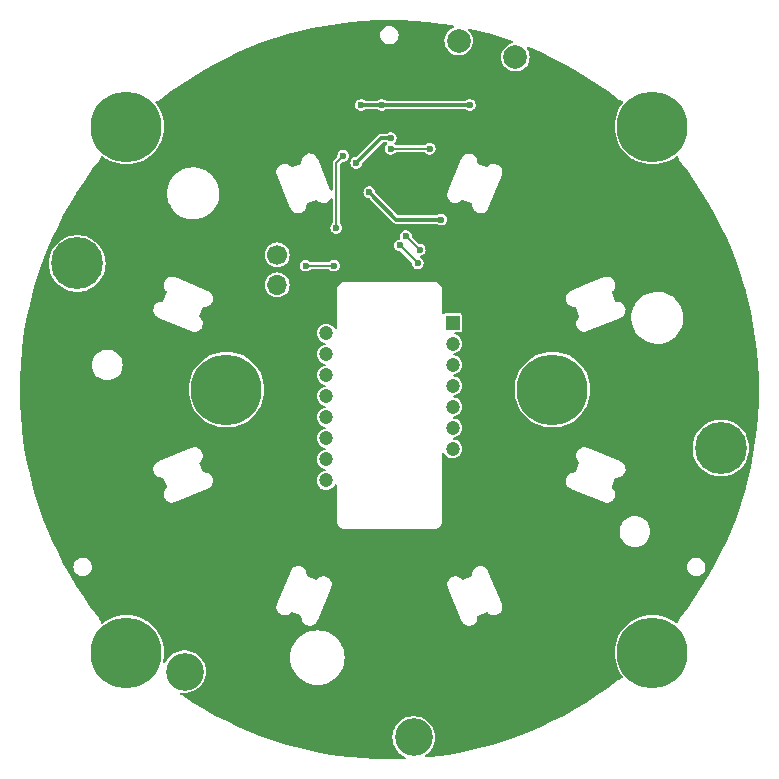
<source format=gbr>
%TF.GenerationSoftware,KiCad,Pcbnew,7.0.6*%
%TF.CreationDate,2023-07-30T12:59:47+01:00*%
%TF.ProjectId,Kiwano,4b697761-6e6f-42e6-9b69-6361645f7063,V1.0*%
%TF.SameCoordinates,Original*%
%TF.FileFunction,Copper,L1,Top*%
%TF.FilePolarity,Positive*%
%FSLAX46Y46*%
G04 Gerber Fmt 4.6, Leading zero omitted, Abs format (unit mm)*
G04 Created by KiCad (PCBNEW 7.0.6) date 2023-07-30 12:59:47*
%MOMM*%
%LPD*%
G01*
G04 APERTURE LIST*
%TA.AperFunction,ComponentPad*%
%ADD10C,6.000000*%
%TD*%
%TA.AperFunction,ComponentPad*%
%ADD11C,2.000000*%
%TD*%
%TA.AperFunction,ComponentPad*%
%ADD12C,4.400000*%
%TD*%
%TA.AperFunction,ComponentPad*%
%ADD13C,3.200000*%
%TD*%
%TA.AperFunction,ComponentPad*%
%ADD14C,1.700000*%
%TD*%
%TA.AperFunction,ComponentPad*%
%ADD15O,1.700000X1.700000*%
%TD*%
%TA.AperFunction,ComponentPad*%
%ADD16R,1.700000X1.700000*%
%TD*%
%TA.AperFunction,ComponentPad*%
%ADD17R,1.200000X1.200000*%
%TD*%
%TA.AperFunction,ComponentPad*%
%ADD18C,1.200000*%
%TD*%
%TA.AperFunction,ViaPad*%
%ADD19C,0.600000*%
%TD*%
%TA.AperFunction,Conductor*%
%ADD20C,0.300000*%
%TD*%
%TA.AperFunction,Conductor*%
%ADD21C,0.200000*%
%TD*%
G04 APERTURE END LIST*
D10*
%TO.P,H6,1*%
%TO.N,N/C*%
X52726137Y-82273864D03*
%TD*%
%TO.P,H9,1*%
%TO.N,N/C*%
X52726136Y-37726137D03*
%TD*%
%TO.P,H8,1*%
%TO.N,N/C*%
X97273864Y-82273863D03*
%TD*%
D11*
%TO.P,SW1,A,A*%
%TO.N,Net-(C13-Pad2)*%
X85672275Y-31851243D03*
%TO.P,SW1,B,B*%
%TO.N,Net-(C14-Pad2)*%
X80865966Y-30473056D03*
%TO.P,SW1,C,C*%
%TO.N,GND*%
X83269121Y-31162149D03*
D12*
%TO.P,SW1,MP*%
%TO.N,N/C*%
X103067021Y-64948973D03*
D13*
X77058909Y-89441319D03*
X57654764Y-83876954D03*
D12*
X48575260Y-49323712D03*
%TD*%
D14*
%TO.P,J3,1,Pin_1*%
%TO.N,Net-(D8-DOUT)*%
X65500000Y-48600000D03*
D15*
%TO.P,J3,2,Pin_2*%
%TO.N,+5V*%
X65500000Y-51140000D03*
D16*
%TO.P,J3,3,Pin_3*%
%TO.N,GND*%
X65500000Y-53680000D03*
%TO.P,J3,4,Pin_4*%
X65500000Y-56220000D03*
%TD*%
D10*
%TO.P,H7,1*%
%TO.N,N/C*%
X97273863Y-37726136D03*
%TD*%
%TO.P,H5,1*%
%TO.N,N/C*%
X88800003Y-60000000D03*
%TD*%
D17*
%TO.P,U1,1,NC*%
%TO.N,unconnected-(U1-NC-Pad1)*%
X80350000Y-54340000D03*
D18*
%TO.P,U1,2,NC*%
%TO.N,unconnected-(U1-NC-Pad2)*%
X80350000Y-56120000D03*
%TO.P,U1,3,VDDPIX*%
%TO.N,Net-(U1-VDDPIX)*%
X80350000Y-57900000D03*
%TO.P,U1,4,VDD*%
%TO.N,+2V*%
X80350000Y-59680000D03*
%TO.P,U1,5,VDDIO*%
%TO.N,+3V3*%
X80350000Y-61460000D03*
%TO.P,U1,6,NC*%
%TO.N,unconnected-(U1-NC-Pad6)*%
X80350000Y-63240000D03*
%TO.P,U1,7,NRESET*%
%TO.N,Net-(U1-NRESET)*%
X80350000Y-65020000D03*
%TO.P,U1,8,GND*%
%TO.N,GND*%
X80350000Y-66800000D03*
%TO.P,U1,9,MOTION*%
%TO.N,unconnected-(U1-MOTION-Pad9)*%
X69650000Y-67690000D03*
%TO.P,U1,10,SCLK*%
%TO.N,SCK*%
X69650000Y-65910000D03*
%TO.P,U1,11,MOSI*%
%TO.N,MOSI*%
X69650000Y-64130000D03*
%TO.P,U1,12,MISO*%
%TO.N,MISO*%
X69650000Y-62350000D03*
%TO.P,U1,13,NCS*%
%TO.N,CS*%
X69650000Y-60570000D03*
%TO.P,U1,14,NC*%
%TO.N,unconnected-(U1-NC-Pad14)*%
X69650000Y-58790000D03*
%TO.P,U1,15,LED_P*%
%TO.N,Net-(U1-LED_P)*%
X69650000Y-57010000D03*
%TO.P,U1,16,NC*%
%TO.N,unconnected-(U1-NC-Pad16)*%
X69650000Y-55230000D03*
%TD*%
D10*
%TO.P,H4,1*%
%TO.N,N/C*%
X61200001Y-59999953D03*
%TD*%
D19*
%TO.N,GND*%
X83600000Y-51400000D03*
X82799998Y-35200000D03*
X78800000Y-47300000D03*
X71850000Y-36900000D03*
X58080212Y-71283861D03*
X87600501Y-45519765D03*
X83000000Y-56300000D03*
X72600000Y-36900000D03*
X82000000Y-56299999D03*
X91919795Y-48716141D03*
X60519769Y-47399506D03*
X71014798Y-79942994D03*
X83600000Y-52100000D03*
X94148972Y-58670826D03*
X63716143Y-43080213D03*
X55057010Y-56014796D03*
X94296287Y-63717336D03*
X72000000Y-46500000D03*
X72750000Y-46500000D03*
X71900000Y-48100000D03*
X73200000Y-41800000D03*
X58726919Y-71015983D03*
X89480239Y-72600500D03*
X80600073Y-40199974D03*
X63984026Y-43726922D03*
X76329178Y-79148971D03*
X79900075Y-39899975D03*
X55703725Y-56282669D03*
X83799998Y-35199999D03*
X86283861Y-76919792D03*
X86015983Y-76273083D03*
X62399507Y-74480234D03*
X79000000Y-43600000D03*
X83600000Y-50700000D03*
X71900000Y-35100000D03*
X83600000Y-52800000D03*
X73500000Y-46500000D03*
X55851037Y-61329176D03*
X91273083Y-48984023D03*
X71282671Y-79296283D03*
X94942996Y-63985210D03*
%TO.N,+5V*%
X72200000Y-40800000D03*
X75100000Y-38700000D03*
%TO.N,+3V3*%
X72600000Y-35900000D03*
X73300000Y-43300000D03*
X81799997Y-35899997D03*
X79400000Y-45600000D03*
X74349500Y-35900000D03*
%TO.N,RGB*%
X78400000Y-39600000D03*
X75100000Y-39600000D03*
%TO.N,Net-(D8-DOUT)*%
X71100000Y-40200000D03*
X70500000Y-46300001D03*
%TO.N,SCK*%
X67900000Y-49500000D03*
X70300000Y-49500000D03*
%TO.N,MISO*%
X75900000Y-47800000D03*
X77400000Y-49300000D03*
%TO.N,CS*%
X76400000Y-47000000D03*
X77556755Y-48156754D03*
%TD*%
D20*
%TO.N,+5V*%
X75100000Y-38700000D02*
X74300000Y-38700000D01*
X74300000Y-38700000D02*
X72200000Y-40800000D01*
%TO.N,+3V3*%
X75600000Y-45600000D02*
X73300000Y-43300000D01*
X72600000Y-35900000D02*
X74349500Y-35900000D01*
X74349500Y-35900000D02*
X81799994Y-35900000D01*
X81799994Y-35900000D02*
X81799997Y-35899997D01*
X79400000Y-45600000D02*
X75600000Y-45600000D01*
D21*
%TO.N,RGB*%
X75100000Y-39600000D02*
X78400000Y-39600000D01*
%TO.N,Net-(D8-DOUT)*%
X70500000Y-46300001D02*
X70500000Y-40800000D01*
X70500000Y-40800000D02*
X71100000Y-40200000D01*
%TO.N,SCK*%
X70300000Y-49500000D02*
X67900000Y-49500000D01*
%TO.N,MISO*%
X75900000Y-47800000D02*
X77400000Y-49300000D01*
%TO.N,CS*%
X77556755Y-48156754D02*
X76400000Y-47000000D01*
%TD*%
%TA.AperFunction,Conductor*%
%TO.N,GND*%
G36*
X76098024Y-28719765D02*
G01*
X77194698Y-28777539D01*
X78288670Y-28873750D01*
X79378593Y-29008280D01*
X80395090Y-29170130D01*
X80449584Y-29197952D01*
X80477317Y-29252491D01*
X80467696Y-29312915D01*
X80424396Y-29356144D01*
X80415293Y-29360210D01*
X80328565Y-29393809D01*
X80236839Y-29450603D01*
X80139404Y-29510932D01*
X79974986Y-29660819D01*
X79840909Y-29838365D01*
X79840904Y-29838374D01*
X79760423Y-30000001D01*
X79741737Y-30037528D01*
X79680851Y-30251520D01*
X79660323Y-30473056D01*
X79680851Y-30694592D01*
X79741737Y-30908584D01*
X79840908Y-31107745D01*
X79974985Y-31285292D01*
X80139404Y-31435180D01*
X80328565Y-31552303D01*
X80536026Y-31632674D01*
X80754723Y-31673556D01*
X80977209Y-31673556D01*
X81195906Y-31632674D01*
X81403367Y-31552303D01*
X81592528Y-31435180D01*
X81756947Y-31285292D01*
X81891024Y-31107745D01*
X81990195Y-30908584D01*
X82051081Y-30694592D01*
X82071609Y-30473056D01*
X82051081Y-30251520D01*
X81990195Y-30037528D01*
X81891024Y-29838367D01*
X81756947Y-29660820D01*
X81714534Y-29622155D01*
X81684269Y-29568981D01*
X81691040Y-29508171D01*
X81732260Y-29462955D01*
X81792186Y-29450603D01*
X81803612Y-29452558D01*
X81848403Y-29462955D01*
X82610687Y-29639892D01*
X83671072Y-29925571D01*
X83671073Y-29925571D01*
X84720783Y-30248275D01*
X85417210Y-30489420D01*
X85466008Y-30526325D01*
X85483796Y-30584868D01*
X85463776Y-30642685D01*
X85413595Y-30677693D01*
X85403006Y-30680283D01*
X85342336Y-30691624D01*
X85215245Y-30740859D01*
X85134874Y-30771996D01*
X84945712Y-30889119D01*
X84945713Y-30889119D01*
X84781295Y-31039006D01*
X84647218Y-31216552D01*
X84647213Y-31216561D01*
X84548047Y-31415712D01*
X84548046Y-31415715D01*
X84487160Y-31629707D01*
X84466632Y-31851243D01*
X84487160Y-32072779D01*
X84548046Y-32286771D01*
X84647217Y-32485932D01*
X84781294Y-32663479D01*
X84945713Y-32813367D01*
X85134874Y-32930490D01*
X85342335Y-33010861D01*
X85561032Y-33051743D01*
X85783518Y-33051743D01*
X86002215Y-33010861D01*
X86209676Y-32930490D01*
X86398837Y-32813367D01*
X86563256Y-32663479D01*
X86697333Y-32485932D01*
X86796504Y-32286771D01*
X86857390Y-32072779D01*
X86877918Y-31851243D01*
X86857390Y-31629707D01*
X86796504Y-31415715D01*
X86697333Y-31216554D01*
X86643785Y-31145645D01*
X86623807Y-31087815D01*
X86641636Y-31029285D01*
X86690463Y-30992413D01*
X86751638Y-30991282D01*
X86758421Y-30993621D01*
X86778710Y-31001454D01*
X86783028Y-31003121D01*
X87793020Y-31434332D01*
X88787264Y-31900710D01*
X89764536Y-32401680D01*
X90723631Y-32936626D01*
X91663369Y-33504889D01*
X92582593Y-34105769D01*
X93480172Y-34738527D01*
X94355001Y-35402384D01*
X94386343Y-35427046D01*
X94386344Y-35427046D01*
X94393739Y-35432865D01*
X94394194Y-35433155D01*
X94394558Y-35433442D01*
X94402954Y-35440043D01*
X94409471Y-35445166D01*
X94532983Y-35507836D01*
X94666376Y-35545109D01*
X94713930Y-35548701D01*
X94770530Y-35571938D01*
X94802664Y-35624007D01*
X94798055Y-35685018D01*
X94780292Y-35713387D01*
X94767669Y-35727511D01*
X94767668Y-35727513D01*
X94559650Y-36020686D01*
X94385770Y-36335298D01*
X94248203Y-36667412D01*
X94148691Y-37012828D01*
X94148687Y-37012848D01*
X94088477Y-37367218D01*
X94088474Y-37367238D01*
X94068320Y-37726131D01*
X94068320Y-37726140D01*
X94088474Y-38085033D01*
X94088477Y-38085053D01*
X94148687Y-38439423D01*
X94148691Y-38439443D01*
X94248203Y-38784859D01*
X94385770Y-39116973D01*
X94559650Y-39431585D01*
X94749746Y-39699500D01*
X94767669Y-39724759D01*
X95007202Y-39992797D01*
X95275240Y-40232330D01*
X95275243Y-40232332D01*
X95275244Y-40232333D01*
X95305292Y-40253653D01*
X95568411Y-40440347D01*
X95616696Y-40467033D01*
X95883026Y-40614228D01*
X95883025Y-40614228D01*
X96215139Y-40751795D01*
X96560555Y-40851307D01*
X96560558Y-40851307D01*
X96560563Y-40851309D01*
X96914956Y-40911523D01*
X96914959Y-40911523D01*
X96914965Y-40911524D01*
X97273858Y-40931679D01*
X97273863Y-40931679D01*
X97273868Y-40931679D01*
X97632760Y-40911524D01*
X97632764Y-40911523D01*
X97632770Y-40911523D01*
X97987163Y-40851309D01*
X98332587Y-40751795D01*
X98664696Y-40614230D01*
X98665737Y-40613655D01*
X98769980Y-40556042D01*
X98979315Y-40440347D01*
X99272486Y-40232330D01*
X99286543Y-40219767D01*
X99342527Y-40195090D01*
X99402328Y-40208032D01*
X99443100Y-40253653D01*
X99451230Y-40286125D01*
X99454821Y-40333645D01*
X99492114Y-40467058D01*
X99554817Y-40590584D01*
X99558064Y-40594712D01*
X99566625Y-40605597D01*
X99567240Y-40606378D01*
X99567301Y-40606473D01*
X99572950Y-40613653D01*
X99572951Y-40613654D01*
X99573405Y-40614231D01*
X99597610Y-40644993D01*
X99597613Y-40644996D01*
X99597613Y-40644997D01*
X99764789Y-40865301D01*
X100261469Y-41519825D01*
X100894228Y-42417404D01*
X101495108Y-43336628D01*
X102063371Y-44276366D01*
X102598317Y-45235461D01*
X103099288Y-46212733D01*
X103565666Y-47206977D01*
X103996878Y-48216971D01*
X104392392Y-49241470D01*
X104751723Y-50279215D01*
X105035015Y-51200723D01*
X105074427Y-51328924D01*
X105360107Y-52389310D01*
X105608412Y-53459065D01*
X105819035Y-54536872D01*
X105991718Y-55621404D01*
X106126248Y-56711327D01*
X106222460Y-57805299D01*
X106280234Y-58901973D01*
X106299500Y-59999998D01*
X106280234Y-61098023D01*
X106222460Y-62194696D01*
X106126249Y-63288668D01*
X105991719Y-64378591D01*
X105819036Y-65463124D01*
X105608413Y-66540931D01*
X105360108Y-67610686D01*
X105074428Y-68671071D01*
X104751724Y-69720782D01*
X104392394Y-70758526D01*
X103996879Y-71783025D01*
X103565668Y-72793019D01*
X103099290Y-73787263D01*
X102598319Y-74764535D01*
X102063373Y-75723630D01*
X101495110Y-76663368D01*
X100894230Y-77582592D01*
X100261472Y-78480171D01*
X99918067Y-78932709D01*
X99597679Y-79354914D01*
X99567227Y-79393616D01*
X99566916Y-79394102D01*
X99554832Y-79409473D01*
X99492164Y-79532980D01*
X99472604Y-79602983D01*
X99465551Y-79628226D01*
X99454891Y-79666375D01*
X99451298Y-79713931D01*
X99428060Y-79770532D01*
X99375991Y-79802664D01*
X99314979Y-79798054D01*
X99286610Y-79780290D01*
X99272489Y-79767670D01*
X99272486Y-79767668D01*
X98979313Y-79559650D01*
X98664700Y-79385770D01*
X98664701Y-79385770D01*
X98332587Y-79248203D01*
X97987171Y-79148691D01*
X97987151Y-79148687D01*
X97632781Y-79088477D01*
X97632761Y-79088474D01*
X97273869Y-79068320D01*
X97273859Y-79068320D01*
X96914966Y-79088474D01*
X96914946Y-79088477D01*
X96560576Y-79148687D01*
X96560556Y-79148691D01*
X96215140Y-79248203D01*
X95883026Y-79385770D01*
X95568414Y-79559650D01*
X95275245Y-79767665D01*
X95007210Y-80007195D01*
X95007196Y-80007209D01*
X94767666Y-80275244D01*
X94559651Y-80568413D01*
X94385771Y-80883025D01*
X94248204Y-81215139D01*
X94148692Y-81560555D01*
X94148688Y-81560575D01*
X94088478Y-81914945D01*
X94088475Y-81914965D01*
X94068321Y-82273858D01*
X94068321Y-82273867D01*
X94088475Y-82632760D01*
X94088478Y-82632780D01*
X94148688Y-82987150D01*
X94148692Y-82987170D01*
X94248204Y-83332586D01*
X94385771Y-83664700D01*
X94559651Y-83979312D01*
X94709878Y-84191037D01*
X94767670Y-84272486D01*
X94780230Y-84286541D01*
X94804907Y-84342529D01*
X94791961Y-84402329D01*
X94746339Y-84443099D01*
X94713871Y-84451227D01*
X94666353Y-84454817D01*
X94563705Y-84483512D01*
X94532940Y-84492112D01*
X94532939Y-84492112D01*
X94532937Y-84492113D01*
X94409422Y-84554809D01*
X94409415Y-84554814D01*
X94393097Y-84567647D01*
X94392998Y-84567712D01*
X94355003Y-84597609D01*
X93480173Y-85261467D01*
X92582594Y-85894225D01*
X91663370Y-86495106D01*
X90723632Y-87063369D01*
X89764537Y-87598315D01*
X88787265Y-88099285D01*
X87793021Y-88565663D01*
X86783028Y-88996875D01*
X85758528Y-89392390D01*
X84720785Y-89751720D01*
X83671074Y-90074424D01*
X82610688Y-90360104D01*
X81540934Y-90608409D01*
X80463127Y-90819032D01*
X79378594Y-90991715D01*
X78288670Y-91126245D01*
X78086834Y-91143995D01*
X78027211Y-91130259D01*
X77987048Y-91084100D01*
X77981688Y-91023149D01*
X78013177Y-90970689D01*
X78022379Y-90963588D01*
X78184650Y-90852954D01*
X78382470Y-90669404D01*
X78382474Y-90669400D01*
X78496353Y-90526600D01*
X78550724Y-90458421D01*
X78685652Y-90224717D01*
X78784243Y-89973514D01*
X78844292Y-89710422D01*
X78864458Y-89441319D01*
X78844292Y-89172216D01*
X78784243Y-88909124D01*
X78685652Y-88657921D01*
X78550724Y-88424217D01*
X78550717Y-88424208D01*
X78382474Y-88213237D01*
X78382468Y-88213231D01*
X78184656Y-88029689D01*
X78184653Y-88029687D01*
X78184650Y-88029684D01*
X77961684Y-87877668D01*
X77961676Y-87877664D01*
X77718552Y-87760581D01*
X77460685Y-87681040D01*
X77460682Y-87681039D01*
X77460681Y-87681039D01*
X77460676Y-87681038D01*
X77460675Y-87681038D01*
X77193841Y-87640819D01*
X77193838Y-87640819D01*
X76923980Y-87640819D01*
X76923976Y-87640819D01*
X76657142Y-87681038D01*
X76657132Y-87681040D01*
X76399267Y-87760581D01*
X76156142Y-87877664D01*
X76156138Y-87877666D01*
X76156135Y-87877668D01*
X75933168Y-88029684D01*
X75933161Y-88029689D01*
X75735349Y-88213231D01*
X75735343Y-88213237D01*
X75567100Y-88424208D01*
X75567096Y-88424213D01*
X75567094Y-88424217D01*
X75501596Y-88537663D01*
X75432167Y-88657918D01*
X75432163Y-88657927D01*
X75333575Y-88909121D01*
X75273527Y-89172211D01*
X75273525Y-89172220D01*
X75253360Y-89441316D01*
X75253360Y-89441321D01*
X75273525Y-89710417D01*
X75273527Y-89710426D01*
X75333575Y-89973516D01*
X75373180Y-90074425D01*
X75432166Y-90224717D01*
X75567094Y-90458421D01*
X75567098Y-90458427D01*
X75567100Y-90458429D01*
X75735343Y-90669400D01*
X75735349Y-90669406D01*
X75933161Y-90852948D01*
X75933163Y-90852949D01*
X75933168Y-90852954D01*
X76156135Y-91004970D01*
X76317348Y-91082606D01*
X76361573Y-91124889D01*
X76372498Y-91185091D01*
X76345951Y-91240217D01*
X76292071Y-91269211D01*
X76279603Y-91270665D01*
X76098026Y-91280231D01*
X75000001Y-91299497D01*
X73901976Y-91280231D01*
X72805302Y-91222457D01*
X71711331Y-91126246D01*
X70621408Y-90991716D01*
X69536875Y-90819033D01*
X68459068Y-90608409D01*
X67389313Y-90360104D01*
X66328927Y-90074425D01*
X65279218Y-89751721D01*
X64241473Y-89392390D01*
X63216974Y-88996876D01*
X62206980Y-88565664D01*
X61212736Y-88099286D01*
X60235465Y-87598315D01*
X59276370Y-87063369D01*
X58336632Y-86495106D01*
X57417407Y-85894226D01*
X57340580Y-85840066D01*
X57303914Y-85791084D01*
X57303040Y-85729905D01*
X57338294Y-85679897D01*
X57396209Y-85660161D01*
X57412372Y-85661256D01*
X57519835Y-85677454D01*
X57519840Y-85677454D01*
X57789688Y-85677454D01*
X57789693Y-85677454D01*
X58056536Y-85637234D01*
X58314405Y-85557692D01*
X58557539Y-85440605D01*
X58780505Y-85288589D01*
X58978325Y-85105039D01*
X58978329Y-85105035D01*
X59085365Y-84970815D01*
X59146579Y-84894056D01*
X59281507Y-84660352D01*
X59380098Y-84409149D01*
X59440147Y-84146057D01*
X59460313Y-83876954D01*
X59457380Y-83837821D01*
X59440147Y-83607855D01*
X59440147Y-83607851D01*
X59380098Y-83344759D01*
X59375320Y-83332586D01*
X59347234Y-83261024D01*
X59281507Y-83093556D01*
X59146579Y-82859852D01*
X59139398Y-82850847D01*
X59007221Y-82685102D01*
X66605676Y-82685102D01*
X66625398Y-82986019D01*
X66684233Y-83281799D01*
X66781169Y-83567360D01*
X66914546Y-83837821D01*
X66914550Y-83837827D01*
X67082079Y-84088552D01*
X67082083Y-84088557D01*
X67082087Y-84088563D01*
X67280923Y-84315291D01*
X67507651Y-84514127D01*
X67507658Y-84514131D01*
X67507661Y-84514134D01*
X67758386Y-84681663D01*
X67758392Y-84681667D01*
X68028853Y-84815044D01*
X68028855Y-84815044D01*
X68028860Y-84815047D01*
X68194169Y-84871162D01*
X68314414Y-84911980D01*
X68314416Y-84911980D01*
X68314421Y-84911982D01*
X68610192Y-84970815D01*
X68835802Y-84985602D01*
X68986422Y-84985602D01*
X69212032Y-84970815D01*
X69507803Y-84911982D01*
X69793364Y-84815047D01*
X70063830Y-84681668D01*
X70314573Y-84514127D01*
X70541301Y-84315291D01*
X70740137Y-84088563D01*
X70907678Y-83837820D01*
X71041057Y-83567354D01*
X71137992Y-83281793D01*
X71196825Y-82986022D01*
X71216548Y-82685102D01*
X71196825Y-82384182D01*
X71137992Y-82088411D01*
X71041057Y-81802850D01*
X71024155Y-81768577D01*
X70907677Y-81532382D01*
X70907673Y-81532376D01*
X70740144Y-81281651D01*
X70740141Y-81281648D01*
X70740137Y-81281641D01*
X70541301Y-81054913D01*
X70314573Y-80856077D01*
X70314567Y-80856073D01*
X70314562Y-80856069D01*
X70063837Y-80688540D01*
X70063831Y-80688536D01*
X69793370Y-80555159D01*
X69507809Y-80458223D01*
X69212029Y-80399388D01*
X68986422Y-80384602D01*
X68835802Y-80384602D01*
X68610194Y-80399388D01*
X68314414Y-80458223D01*
X68028853Y-80555159D01*
X67758392Y-80688536D01*
X67758386Y-80688540D01*
X67507661Y-80856069D01*
X67507642Y-80856084D01*
X67280932Y-81054904D01*
X67280914Y-81054922D01*
X67082094Y-81281632D01*
X67082079Y-81281651D01*
X66914550Y-81532376D01*
X66914546Y-81532382D01*
X66781169Y-81802843D01*
X66684233Y-82088404D01*
X66625398Y-82384184D01*
X66605676Y-82685101D01*
X66605676Y-82685102D01*
X59007221Y-82685102D01*
X58978329Y-82648872D01*
X58978323Y-82648866D01*
X58780511Y-82465324D01*
X58780508Y-82465322D01*
X58780505Y-82465319D01*
X58557539Y-82313303D01*
X58557531Y-82313299D01*
X58314407Y-82196216D01*
X58056540Y-82116675D01*
X58056537Y-82116674D01*
X58056536Y-82116674D01*
X58056531Y-82116673D01*
X58056530Y-82116673D01*
X57789696Y-82076454D01*
X57789693Y-82076454D01*
X57519835Y-82076454D01*
X57519831Y-82076454D01*
X57252997Y-82116673D01*
X57252987Y-82116675D01*
X56995122Y-82196216D01*
X56751997Y-82313299D01*
X56751993Y-82313301D01*
X56751990Y-82313303D01*
X56529023Y-82465319D01*
X56529016Y-82465324D01*
X56331204Y-82648866D01*
X56331198Y-82648872D01*
X56162955Y-82859843D01*
X56162951Y-82859848D01*
X56162949Y-82859852D01*
X56097451Y-82973298D01*
X56028022Y-83093553D01*
X56028020Y-83093558D01*
X56021406Y-83110409D01*
X55982544Y-83157668D01*
X55923326Y-83173059D01*
X55866371Y-83150703D01*
X55833434Y-83099139D01*
X55834119Y-83046832D01*
X55851310Y-82987164D01*
X55911524Y-82632771D01*
X55925485Y-82384184D01*
X55931680Y-82273868D01*
X55931680Y-82273859D01*
X55911525Y-81914966D01*
X55911523Y-81914956D01*
X55851310Y-81560564D01*
X55851307Y-81560555D01*
X55751796Y-81215140D01*
X55614229Y-80883026D01*
X55440349Y-80568414D01*
X55440348Y-80568412D01*
X55232331Y-80275241D01*
X54992798Y-80007203D01*
X54724760Y-79767670D01*
X54724757Y-79767668D01*
X54724755Y-79767666D01*
X54458012Y-79578401D01*
X54431589Y-79559653D01*
X54431588Y-79559652D01*
X54431586Y-79559651D01*
X54116973Y-79385771D01*
X54116974Y-79385771D01*
X53784860Y-79248204D01*
X53439444Y-79148692D01*
X53439424Y-79148688D01*
X53085054Y-79088478D01*
X53085034Y-79088475D01*
X52726142Y-79068321D01*
X52726132Y-79068321D01*
X52367239Y-79088475D01*
X52367219Y-79088478D01*
X52012849Y-79148688D01*
X52012829Y-79148692D01*
X51667413Y-79248204D01*
X51335299Y-79385771D01*
X51020687Y-79559651D01*
X50727514Y-79767669D01*
X50727513Y-79767670D01*
X50713437Y-79780249D01*
X50657448Y-79804924D01*
X50597648Y-79791977D01*
X50556879Y-79746353D01*
X50548753Y-79713891D01*
X50545162Y-79666360D01*
X50507877Y-79532954D01*
X50445189Y-79409433D01*
X50433329Y-79394351D01*
X50433241Y-79394211D01*
X50402387Y-79355000D01*
X49738530Y-78480171D01*
X49659123Y-78367530D01*
X65426993Y-78367530D01*
X65427873Y-78383217D01*
X65435836Y-78525145D01*
X65475395Y-78662478D01*
X65479530Y-78676834D01*
X65555885Y-78814999D01*
X65661071Y-78932709D01*
X65789814Y-79024059D01*
X65935658Y-79084469D01*
X65935662Y-79084469D01*
X65935663Y-79084470D01*
X66091277Y-79110909D01*
X66091281Y-79110909D01*
X66091287Y-79110910D01*
X66248898Y-79102055D01*
X66400587Y-79058348D01*
X66538746Y-78981982D01*
X66637724Y-78893520D01*
X66656444Y-78876789D01*
X66656444Y-78876788D01*
X66656447Y-78876786D01*
X66659614Y-78872321D01*
X66708700Y-78835799D01*
X66769882Y-78835104D01*
X66778243Y-78838134D01*
X67436872Y-79110947D01*
X67493046Y-79134215D01*
X67539571Y-79173952D01*
X67553855Y-79233446D01*
X67552763Y-79242252D01*
X67551839Y-79247689D01*
X67560694Y-79405296D01*
X67560696Y-79405308D01*
X67604397Y-79556987D01*
X67604400Y-79556995D01*
X67680758Y-79695147D01*
X67680761Y-79695152D01*
X67680764Y-79695155D01*
X67785949Y-79812856D01*
X67785951Y-79812857D01*
X67914695Y-79904205D01*
X68060538Y-79964616D01*
X68060539Y-79964616D01*
X68060541Y-79964617D01*
X68111738Y-79973315D01*
X68216167Y-79991059D01*
X68216170Y-79991058D01*
X68216172Y-79991059D01*
X68373768Y-79982210D01*
X68373772Y-79982209D01*
X68373778Y-79982209D01*
X68525469Y-79938510D01*
X68663632Y-79862153D01*
X68781341Y-79756967D01*
X68872694Y-79628226D01*
X68890525Y-79585178D01*
X68890529Y-79585172D01*
X68894258Y-79576169D01*
X68894259Y-79576169D01*
X68901100Y-79559653D01*
X68903922Y-79552841D01*
X68908477Y-79541844D01*
X68918165Y-79518460D01*
X68918165Y-79518457D01*
X68921889Y-79509468D01*
X68921897Y-79509443D01*
X70035337Y-76821360D01*
X70035444Y-76821236D01*
X70051001Y-76783679D01*
X70081206Y-76710758D01*
X70105855Y-76565684D01*
X70107649Y-76555128D01*
X70107649Y-76555122D01*
X79892413Y-76555122D01*
X79892414Y-76555127D01*
X79892414Y-76555128D01*
X79894208Y-76565684D01*
X79918853Y-76710740D01*
X79918856Y-76710748D01*
X79939652Y-76760953D01*
X79939655Y-76760961D01*
X81080447Y-79515080D01*
X81081846Y-79518459D01*
X81081847Y-79518460D01*
X81097110Y-79555306D01*
X81105753Y-79576171D01*
X81127133Y-79627784D01*
X81127364Y-79628203D01*
X81218704Y-79756924D01*
X81218712Y-79756934D01*
X81336399Y-79862098D01*
X81336406Y-79862104D01*
X81474557Y-79938454D01*
X81626234Y-79982148D01*
X81626240Y-79982148D01*
X81626243Y-79982149D01*
X81783825Y-79990997D01*
X81783826Y-79990996D01*
X81783830Y-79990997D01*
X81896110Y-79971919D01*
X81939441Y-79964557D01*
X81939441Y-79964556D01*
X81939445Y-79964556D01*
X82085274Y-79904151D01*
X82214007Y-79812812D01*
X82319188Y-79695117D01*
X82383665Y-79578460D01*
X82395541Y-79556973D01*
X82395541Y-79556972D01*
X82395543Y-79556969D01*
X82439243Y-79405295D01*
X82448098Y-79247698D01*
X82448096Y-79247689D01*
X82447180Y-79242296D01*
X82456069Y-79181760D01*
X82498844Y-79138010D01*
X82506885Y-79134248D01*
X83221721Y-78838152D01*
X83282715Y-78833352D01*
X83334884Y-78865322D01*
X83340341Y-78872323D01*
X83343527Y-78876814D01*
X83343528Y-78876815D01*
X83343529Y-78876816D01*
X83461234Y-78982015D01*
X83461237Y-78982018D01*
X83599392Y-79058380D01*
X83599396Y-79058381D01*
X83599401Y-79058384D01*
X83751097Y-79102093D01*
X83908716Y-79110948D01*
X83908722Y-79110947D01*
X83908725Y-79110947D01*
X84064347Y-79084507D01*
X84064346Y-79084507D01*
X84064353Y-79084506D01*
X84210204Y-79024092D01*
X84338953Y-78932737D01*
X84444145Y-78815023D01*
X84520504Y-78676851D01*
X84564201Y-78525151D01*
X84573045Y-78367532D01*
X84546591Y-78211896D01*
X84519075Y-78145480D01*
X83384038Y-75405260D01*
X83384015Y-75404966D01*
X83368419Y-75367313D01*
X83338213Y-75294389D01*
X83246861Y-75165640D01*
X83129151Y-75060448D01*
X83129148Y-75060446D01*
X83129145Y-75060444D01*
X83019785Y-75000003D01*
X100199349Y-75000003D01*
X100218939Y-75173874D01*
X100218942Y-75173886D01*
X100276733Y-75339041D01*
X100276733Y-75339042D01*
X100364612Y-75478900D01*
X100369829Y-75487202D01*
X100493559Y-75610932D01*
X100493561Y-75610933D01*
X100493562Y-75610934D01*
X100604084Y-75680380D01*
X100641720Y-75704028D01*
X100697740Y-75723630D01*
X100806874Y-75761818D01*
X100806878Y-75761819D01*
X100806881Y-75761820D01*
X100806882Y-75761820D01*
X100806886Y-75761821D01*
X100937142Y-75776498D01*
X100937158Y-75776498D01*
X100937159Y-75776499D01*
X100937160Y-75776499D01*
X101024364Y-75776499D01*
X101024365Y-75776499D01*
X101024366Y-75776498D01*
X101024381Y-75776498D01*
X101154637Y-75761821D01*
X101154639Y-75761820D01*
X101154643Y-75761820D01*
X101165009Y-75758193D01*
X101188334Y-75750031D01*
X101319804Y-75704028D01*
X101467965Y-75610932D01*
X101591695Y-75487202D01*
X101684791Y-75339041D01*
X101742583Y-75173880D01*
X101742584Y-75173874D01*
X101762175Y-75000003D01*
X101762175Y-74999994D01*
X101742584Y-74826123D01*
X101742581Y-74826111D01*
X101718959Y-74758606D01*
X101684791Y-74660957D01*
X101591695Y-74512796D01*
X101467965Y-74389066D01*
X101467962Y-74389064D01*
X101467961Y-74389063D01*
X101319805Y-74295970D01*
X101154649Y-74238179D01*
X101154637Y-74238176D01*
X101024381Y-74223499D01*
X101024365Y-74223499D01*
X100937159Y-74223499D01*
X100937142Y-74223499D01*
X100806886Y-74238176D01*
X100806874Y-74238179D01*
X100641719Y-74295970D01*
X100641718Y-74295970D01*
X100493562Y-74389063D01*
X100369826Y-74512799D01*
X100276733Y-74660955D01*
X100276733Y-74660956D01*
X100218942Y-74826111D01*
X100218939Y-74826123D01*
X100199349Y-74999994D01*
X100199349Y-75000003D01*
X83019785Y-75000003D01*
X82990985Y-74984086D01*
X82990975Y-74984082D01*
X82839289Y-74940383D01*
X82681669Y-74931530D01*
X82526041Y-74957972D01*
X82526033Y-74957975D01*
X82380187Y-75018388D01*
X82251439Y-75109739D01*
X82251438Y-75109740D01*
X82146250Y-75227446D01*
X82146244Y-75227454D01*
X82069886Y-75365613D01*
X82069882Y-75365623D01*
X82026183Y-75517308D01*
X82026183Y-75517312D01*
X82017331Y-75674928D01*
X82018253Y-75680357D01*
X82009361Y-75740892D01*
X81966585Y-75784640D01*
X81958538Y-75788405D01*
X81243598Y-76084542D01*
X81182601Y-76089343D01*
X81130432Y-76057373D01*
X81124978Y-76050376D01*
X81121802Y-76045899D01*
X81004105Y-75940717D01*
X81004104Y-75940716D01*
X81004099Y-75940712D01*
X80865956Y-75864364D01*
X80865955Y-75864363D01*
X80865954Y-75864363D01*
X80865951Y-75864362D01*
X80865948Y-75864361D01*
X80775113Y-75838192D01*
X80714276Y-75820665D01*
X80704303Y-75820104D01*
X80556674Y-75811813D01*
X80401065Y-75838252D01*
X80401053Y-75838256D01*
X80255231Y-75898657D01*
X80255230Y-75898658D01*
X80126496Y-75990000D01*
X80126493Y-75990002D01*
X80021316Y-76107696D01*
X80021310Y-76107704D01*
X79944962Y-76245846D01*
X79944960Y-76245852D01*
X79901264Y-76397527D01*
X79901262Y-76397537D01*
X79892413Y-76555122D01*
X70107649Y-76555122D01*
X70098799Y-76397522D01*
X70098798Y-76397519D01*
X70098798Y-76397515D01*
X70055096Y-76245824D01*
X69978757Y-76107699D01*
X69978739Y-76107666D01*
X69978730Y-76107653D01*
X69873552Y-75989959D01*
X69873547Y-75989955D01*
X69873546Y-75989954D01*
X69807253Y-75942916D01*
X69744799Y-75898602D01*
X69598964Y-75838196D01*
X69598952Y-75838192D01*
X69443327Y-75811751D01*
X69443321Y-75811750D01*
X69285722Y-75820600D01*
X69285716Y-75820601D01*
X69285715Y-75820602D01*
X69234157Y-75835455D01*
X69134029Y-75864302D01*
X69134021Y-75864305D01*
X68995866Y-75940660D01*
X68995858Y-75940666D01*
X68878154Y-76045852D01*
X68878147Y-76045860D01*
X68874965Y-76050345D01*
X68825869Y-76086859D01*
X68764688Y-76087541D01*
X68756343Y-76084515D01*
X68738941Y-76077307D01*
X68617490Y-76027000D01*
X68041550Y-75788437D01*
X67995025Y-75748700D01*
X67980741Y-75689205D01*
X67981837Y-75680380D01*
X67982756Y-75674970D01*
X67982757Y-75674966D01*
X67973913Y-75517345D01*
X67930215Y-75365643D01*
X67853854Y-75227469D01*
X67748661Y-75109753D01*
X67748660Y-75109752D01*
X67748658Y-75109750D01*
X67619912Y-75018399D01*
X67619911Y-75018398D01*
X67619909Y-75018397D01*
X67527936Y-74980300D01*
X67474060Y-74957984D01*
X67474058Y-74957983D01*
X67474057Y-74957983D01*
X67474053Y-74957982D01*
X67474052Y-74957982D01*
X67318424Y-74931540D01*
X67318413Y-74931540D01*
X67160799Y-74940394D01*
X67160794Y-74940395D01*
X67009102Y-74984102D01*
X67009098Y-74984104D01*
X66870930Y-75060473D01*
X66753221Y-75165673D01*
X66661874Y-75294432D01*
X66661871Y-75294438D01*
X66632394Y-75365616D01*
X65473993Y-78162243D01*
X65473845Y-78162662D01*
X65453447Y-78211901D01*
X65426993Y-78367527D01*
X65426993Y-78367529D01*
X65426993Y-78367530D01*
X49659123Y-78367530D01*
X49105772Y-77582592D01*
X48504892Y-76663368D01*
X47936629Y-75723630D01*
X47533019Y-75000005D01*
X48237825Y-75000005D01*
X48257415Y-75173876D01*
X48257418Y-75173888D01*
X48315209Y-75339043D01*
X48315209Y-75339044D01*
X48403087Y-75478900D01*
X48408305Y-75487204D01*
X48532035Y-75610934D01*
X48532037Y-75610935D01*
X48532038Y-75610936D01*
X48680192Y-75704028D01*
X48680196Y-75704030D01*
X48736210Y-75723630D01*
X48845350Y-75761820D01*
X48845354Y-75761821D01*
X48845357Y-75761822D01*
X48845358Y-75761822D01*
X48845362Y-75761823D01*
X48975618Y-75776500D01*
X48975634Y-75776500D01*
X48975635Y-75776501D01*
X48975636Y-75776501D01*
X49062840Y-75776501D01*
X49062841Y-75776501D01*
X49062842Y-75776500D01*
X49062857Y-75776500D01*
X49193113Y-75761823D01*
X49193115Y-75761822D01*
X49193119Y-75761822D01*
X49193131Y-75761818D01*
X49228033Y-75749605D01*
X49358280Y-75704030D01*
X49506441Y-75610934D01*
X49630171Y-75487204D01*
X49723267Y-75339043D01*
X49781059Y-75173882D01*
X49788285Y-75109750D01*
X49800651Y-75000005D01*
X49800651Y-74999996D01*
X49781060Y-74826125D01*
X49781057Y-74826113D01*
X49757435Y-74758608D01*
X49723267Y-74660959D01*
X49723264Y-74660955D01*
X49630173Y-74512801D01*
X49630172Y-74512800D01*
X49630171Y-74512798D01*
X49506441Y-74389068D01*
X49506438Y-74389066D01*
X49506437Y-74389065D01*
X49358281Y-74295972D01*
X49193125Y-74238181D01*
X49193113Y-74238178D01*
X49062857Y-74223501D01*
X49062841Y-74223501D01*
X48975635Y-74223501D01*
X48975618Y-74223501D01*
X48845362Y-74238178D01*
X48845350Y-74238181D01*
X48680195Y-74295972D01*
X48680194Y-74295972D01*
X48532038Y-74389065D01*
X48408302Y-74512801D01*
X48315209Y-74660957D01*
X48315209Y-74660958D01*
X48257418Y-74826113D01*
X48257415Y-74826125D01*
X48237825Y-74999996D01*
X48237825Y-75000005D01*
X47533019Y-75000005D01*
X47401683Y-74764535D01*
X46900713Y-73787264D01*
X46434335Y-72793019D01*
X46096184Y-72000996D01*
X94481608Y-72000996D01*
X94501439Y-72227677D01*
X94560338Y-72447493D01*
X94656502Y-72653716D01*
X94656510Y-72653730D01*
X94787022Y-72840123D01*
X94787023Y-72840125D01*
X94787026Y-72840128D01*
X94787029Y-72840132D01*
X94947937Y-73001040D01*
X94947940Y-73001042D01*
X94947943Y-73001045D01*
X94947945Y-73001046D01*
X95072206Y-73088053D01*
X95134342Y-73131561D01*
X95134348Y-73131564D01*
X95134352Y-73131566D01*
X95340576Y-73227730D01*
X95340580Y-73227732D01*
X95560384Y-73286628D01*
X95560388Y-73286628D01*
X95560391Y-73286629D01*
X95730287Y-73301493D01*
X95730292Y-73301493D01*
X95843865Y-73301493D01*
X96013760Y-73286629D01*
X96013761Y-73286628D01*
X96013768Y-73286628D01*
X96233572Y-73227732D01*
X96439810Y-73131561D01*
X96626215Y-73001040D01*
X96787123Y-72840132D01*
X96917644Y-72653727D01*
X97013815Y-72447489D01*
X97072711Y-72227685D01*
X97092544Y-72000993D01*
X97075004Y-71800508D01*
X97072712Y-71774308D01*
X97072711Y-71774305D01*
X97072711Y-71774301D01*
X97013815Y-71554497D01*
X97013813Y-71554492D01*
X96917649Y-71348269D01*
X96917647Y-71348265D01*
X96917644Y-71348259D01*
X96867055Y-71276010D01*
X96787129Y-71161862D01*
X96787128Y-71161860D01*
X96787125Y-71161857D01*
X96787123Y-71161854D01*
X96626215Y-71000946D01*
X96626211Y-71000943D01*
X96626208Y-71000940D01*
X96626206Y-71000939D01*
X96439813Y-70870427D01*
X96439812Y-70870426D01*
X96439810Y-70870425D01*
X96439807Y-70870423D01*
X96439799Y-70870419D01*
X96233575Y-70774255D01*
X96233576Y-70774255D01*
X96160304Y-70754621D01*
X96013768Y-70715358D01*
X96013767Y-70715357D01*
X96013760Y-70715356D01*
X95843865Y-70700493D01*
X95843860Y-70700493D01*
X95730292Y-70700493D01*
X95730287Y-70700493D01*
X95560391Y-70715356D01*
X95340575Y-70774255D01*
X95134352Y-70870419D01*
X95134338Y-70870427D01*
X94947945Y-71000939D01*
X94947943Y-71000940D01*
X94787023Y-71161860D01*
X94787022Y-71161862D01*
X94656510Y-71348255D01*
X94656502Y-71348269D01*
X94560338Y-71554492D01*
X94501439Y-71774308D01*
X94481608Y-72000989D01*
X94481608Y-72000996D01*
X46096184Y-72000996D01*
X46003123Y-71783026D01*
X45607608Y-70758527D01*
X45248278Y-69720783D01*
X44925574Y-68671072D01*
X44639894Y-67610687D01*
X44447968Y-66783824D01*
X55009002Y-66783824D01*
X55009003Y-66783830D01*
X55035442Y-66939440D01*
X55035445Y-66939448D01*
X55095847Y-67085272D01*
X55095848Y-67085274D01*
X55095849Y-67085275D01*
X55123875Y-67124775D01*
X55187188Y-67214007D01*
X55187190Y-67214009D01*
X55304879Y-67319185D01*
X55304887Y-67319191D01*
X55443033Y-67395544D01*
X55562701Y-67430022D01*
X55594709Y-67439244D01*
X55752307Y-67448098D01*
X55752307Y-67448097D01*
X55752308Y-67448098D01*
X55757713Y-67447180D01*
X55818248Y-67456073D01*
X55861995Y-67498850D01*
X55865759Y-67506895D01*
X56076148Y-68014818D01*
X56149646Y-68192258D01*
X56161849Y-68221717D01*
X56166650Y-68282714D01*
X56134680Y-68334883D01*
X56127673Y-68340344D01*
X56123191Y-68343523D01*
X56017989Y-68461230D01*
X55941618Y-68599396D01*
X55897909Y-68751093D01*
X55897908Y-68751097D01*
X55889052Y-68908716D01*
X55915494Y-69064351D01*
X55915494Y-69064352D01*
X55955300Y-69160450D01*
X55975909Y-69210204D01*
X56067264Y-69338954D01*
X56184980Y-69444146D01*
X56323152Y-69520505D01*
X56474853Y-69564201D01*
X56632473Y-69573043D01*
X56788109Y-69546588D01*
X56851066Y-69520505D01*
X59586803Y-68387325D01*
X59586813Y-68387322D01*
X59594623Y-68384087D01*
X59594918Y-68384063D01*
X59632692Y-68368415D01*
X59632693Y-68368417D01*
X59705616Y-68338210D01*
X59834363Y-68246858D01*
X59939555Y-68129147D01*
X60015916Y-67990981D01*
X60059618Y-67839286D01*
X60062323Y-67791126D01*
X60068001Y-67690000D01*
X68844435Y-67690000D01*
X68864632Y-67869257D01*
X68864633Y-67869261D01*
X68924211Y-68039522D01*
X68924211Y-68039523D01*
X68980526Y-68129147D01*
X69020184Y-68192262D01*
X69147738Y-68319816D01*
X69147740Y-68319817D01*
X69147741Y-68319818D01*
X69250024Y-68384087D01*
X69300478Y-68415789D01*
X69368657Y-68439646D01*
X69470738Y-68475366D01*
X69470742Y-68475367D01*
X69470745Y-68475368D01*
X69650000Y-68495565D01*
X69829255Y-68475368D01*
X69999522Y-68415789D01*
X70152262Y-68319816D01*
X70279816Y-68192262D01*
X70366673Y-68054029D01*
X70413642Y-68014818D01*
X70474689Y-68010702D01*
X70526496Y-68043254D01*
X70549275Y-68100041D01*
X70549499Y-68106701D01*
X70549499Y-71125573D01*
X70549500Y-71125590D01*
X70549500Y-71168995D01*
X70576420Y-71304327D01*
X70576420Y-71304329D01*
X70629222Y-71431806D01*
X70629228Y-71431817D01*
X70705885Y-71546541D01*
X70803457Y-71644113D01*
X70918181Y-71720770D01*
X70918192Y-71720776D01*
X70965282Y-71740281D01*
X71045671Y-71773579D01*
X71181005Y-71800499D01*
X71215878Y-71800499D01*
X71215886Y-71800500D01*
X71227409Y-71800500D01*
X71249999Y-71800500D01*
X71289881Y-71800500D01*
X78700226Y-71800500D01*
X78700326Y-71800509D01*
X78710155Y-71800507D01*
X78710157Y-71800508D01*
X78750039Y-71800500D01*
X78772589Y-71800500D01*
X78774842Y-71800500D01*
X78774905Y-71800495D01*
X78819024Y-71800488D01*
X78954341Y-71773551D01*
X79081804Y-71720739D01*
X79196520Y-71644081D01*
X79294080Y-71546521D01*
X79370739Y-71431806D01*
X79423551Y-71304342D01*
X79450488Y-71169026D01*
X79450495Y-71124906D01*
X79450500Y-71124842D01*
X79450500Y-71099960D01*
X79450508Y-71060158D01*
X79450507Y-71060156D01*
X79450509Y-71049721D01*
X79450499Y-71049616D01*
X79450499Y-67681675D01*
X89931624Y-67681675D01*
X89940476Y-67839273D01*
X89940476Y-67839274D01*
X89984171Y-67990943D01*
X89984174Y-67990951D01*
X90060522Y-68129092D01*
X90060527Y-68129099D01*
X90150808Y-68230124D01*
X90165705Y-68246793D01*
X90233172Y-68294663D01*
X90294437Y-68338133D01*
X90346481Y-68359690D01*
X90397668Y-68380893D01*
X90404198Y-68383597D01*
X93162080Y-69525950D01*
X93162817Y-69526208D01*
X93185376Y-69535553D01*
X93211913Y-69546547D01*
X93367537Y-69572998D01*
X93525146Y-69564155D01*
X93676835Y-69520460D01*
X93814997Y-69444106D01*
X93932703Y-69338921D01*
X94024051Y-69210181D01*
X94084460Y-69064340D01*
X94110901Y-68908714D01*
X94102046Y-68751106D01*
X94058342Y-68599420D01*
X93981978Y-68461264D01*
X93981949Y-68461232D01*
X93915897Y-68387327D01*
X93876785Y-68343565D01*
X93872316Y-68340394D01*
X93835798Y-68291306D01*
X93835107Y-68230124D01*
X93838137Y-68221766D01*
X94134226Y-67506941D01*
X94173962Y-67460419D01*
X94233456Y-67446135D01*
X94242262Y-67447227D01*
X94247698Y-67448151D01*
X94405306Y-67439295D01*
X94556991Y-67395591D01*
X94695149Y-67319230D01*
X94812852Y-67214042D01*
X94904198Y-67085300D01*
X94964607Y-66939460D01*
X94964611Y-66939440D01*
X94973673Y-66886104D01*
X94991050Y-66783834D01*
X94991050Y-66783828D01*
X94982202Y-66626235D01*
X94982200Y-66626222D01*
X94957629Y-66540931D01*
X94938503Y-66474539D01*
X94929490Y-66458230D01*
X94862151Y-66336380D01*
X94862150Y-66336379D01*
X94862149Y-66336377D01*
X94793471Y-66259522D01*
X94756963Y-66218666D01*
X94628232Y-66127320D01*
X94628223Y-66127315D01*
X94585182Y-66109485D01*
X94585172Y-66109479D01*
X94552834Y-66096085D01*
X94538975Y-66090344D01*
X94518464Y-66081847D01*
X94518461Y-66081846D01*
X94516005Y-66080829D01*
X94515997Y-66080825D01*
X91821940Y-64964911D01*
X91821774Y-64964769D01*
X91783638Y-64948972D01*
X100661775Y-64948972D01*
X100680741Y-65250435D01*
X100737118Y-65545969D01*
X100737340Y-65547133D01*
X100804123Y-65752669D01*
X100830682Y-65834409D01*
X100959288Y-66107709D01*
X100959295Y-66107722D01*
X101121135Y-66362740D01*
X101313666Y-66595470D01*
X101313676Y-66595481D01*
X101533858Y-66802247D01*
X101533861Y-66802249D01*
X101778213Y-66979780D01*
X101778217Y-66979782D01*
X101778226Y-66979789D01*
X102042917Y-67125305D01*
X102323759Y-67236498D01*
X102616323Y-67311615D01*
X102773639Y-67331489D01*
X102915993Y-67349473D01*
X102915994Y-67349473D01*
X103218049Y-67349473D01*
X103289265Y-67340476D01*
X103517719Y-67311615D01*
X103810283Y-67236498D01*
X104091125Y-67125305D01*
X104355816Y-66979789D01*
X104600183Y-66802247D01*
X104820370Y-66595477D01*
X105012906Y-66362741D01*
X105160334Y-66130431D01*
X105174746Y-66107722D01*
X105174747Y-66107719D01*
X105174754Y-66107709D01*
X105303362Y-65834403D01*
X105396702Y-65547133D01*
X105453301Y-65250430D01*
X105472267Y-64948973D01*
X105453301Y-64647516D01*
X105396702Y-64350813D01*
X105303362Y-64063543D01*
X105300248Y-64056926D01*
X105182855Y-63807453D01*
X105174754Y-63790237D01*
X105174750Y-63790232D01*
X105174746Y-63790223D01*
X105012906Y-63535205D01*
X104820375Y-63302475D01*
X104820365Y-63302464D01*
X104600183Y-63095698D01*
X104600180Y-63095696D01*
X104355828Y-62918165D01*
X104355821Y-62918160D01*
X104355816Y-62918157D01*
X104091125Y-62772641D01*
X104091123Y-62772640D01*
X104091121Y-62772639D01*
X103810283Y-62661448D01*
X103810282Y-62661448D01*
X103517719Y-62586331D01*
X103517712Y-62586330D01*
X103517716Y-62586330D01*
X103218049Y-62548473D01*
X103218048Y-62548473D01*
X102915994Y-62548473D01*
X102915993Y-62548473D01*
X102616327Y-62586330D01*
X102323758Y-62661448D01*
X102042920Y-62772639D01*
X101778234Y-62918152D01*
X101778213Y-62918165D01*
X101533861Y-63095696D01*
X101533858Y-63095698D01*
X101313676Y-63302464D01*
X101313666Y-63302475D01*
X101121135Y-63535205D01*
X100959295Y-63790223D01*
X100959288Y-63790236D01*
X100830682Y-64063536D01*
X100815539Y-64110142D01*
X100750843Y-64309257D01*
X100737341Y-64350811D01*
X100737338Y-64350821D01*
X100680741Y-64647510D01*
X100661775Y-64948972D01*
X91783638Y-64948972D01*
X91710768Y-64918787D01*
X91710766Y-64918786D01*
X91710762Y-64918785D01*
X91578120Y-64896247D01*
X91555135Y-64892342D01*
X91555134Y-64892342D01*
X91555130Y-64892341D01*
X91397527Y-64901191D01*
X91397517Y-64901193D01*
X91245823Y-64944894D01*
X91245821Y-64944895D01*
X91107660Y-65021253D01*
X91107658Y-65021254D01*
X90989949Y-65126445D01*
X90989948Y-65126445D01*
X90898598Y-65255192D01*
X90838186Y-65401037D01*
X90838183Y-65401045D01*
X90811741Y-65556671D01*
X90816973Y-65649816D01*
X90820594Y-65714290D01*
X90864297Y-65865983D01*
X90940633Y-66004101D01*
X90940661Y-66004150D01*
X91045852Y-66121857D01*
X91045853Y-66121858D01*
X91050339Y-66125041D01*
X91086856Y-66174135D01*
X91087543Y-66235316D01*
X91084515Y-66243668D01*
X90788370Y-66958627D01*
X90748633Y-67005152D01*
X90689139Y-67019436D01*
X90680339Y-67018344D01*
X90674926Y-67017425D01*
X90674922Y-67017425D01*
X90674921Y-67017425D01*
X90674920Y-67017424D01*
X90517338Y-67026273D01*
X90517328Y-67026275D01*
X90365654Y-67069970D01*
X90365650Y-67069972D01*
X90227510Y-67146319D01*
X90227502Y-67146325D01*
X90109810Y-67251500D01*
X90109809Y-67251501D01*
X90018467Y-67380236D01*
X89958067Y-67526055D01*
X89958063Y-67526067D01*
X89931624Y-67681675D01*
X79450499Y-67681675D01*
X79450499Y-65436698D01*
X79469406Y-65378507D01*
X79518906Y-65342543D01*
X79580092Y-65342543D01*
X79629592Y-65378507D01*
X79633325Y-65384027D01*
X79701984Y-65493298D01*
X79720184Y-65522262D01*
X79847738Y-65649816D01*
X79847740Y-65649817D01*
X79847741Y-65649818D01*
X79976535Y-65730745D01*
X80000478Y-65745789D01*
X80068657Y-65769646D01*
X80170738Y-65805366D01*
X80170742Y-65805367D01*
X80170745Y-65805368D01*
X80350000Y-65825565D01*
X80529255Y-65805368D01*
X80699522Y-65745789D01*
X80852262Y-65649816D01*
X80979816Y-65522262D01*
X81075789Y-65369522D01*
X81135368Y-65199255D01*
X81155565Y-65020000D01*
X81135368Y-64840745D01*
X81075789Y-64670478D01*
X81066674Y-64655972D01*
X80979818Y-64517741D01*
X80979817Y-64517740D01*
X80979816Y-64517738D01*
X80852262Y-64390184D01*
X80852259Y-64390182D01*
X80852258Y-64390181D01*
X80699523Y-64294211D01*
X80529261Y-64234633D01*
X80529257Y-64234632D01*
X80512682Y-64232764D01*
X80473742Y-64228377D01*
X80418036Y-64203074D01*
X80387840Y-64149859D01*
X80394691Y-64089058D01*
X80435971Y-64043896D01*
X80473741Y-64031622D01*
X80529255Y-64025368D01*
X80699522Y-63965789D01*
X80852262Y-63869816D01*
X80979816Y-63742262D01*
X81075789Y-63589522D01*
X81135368Y-63419255D01*
X81155565Y-63240000D01*
X81135368Y-63060745D01*
X81123074Y-63025612D01*
X81085474Y-62918157D01*
X81075789Y-62890478D01*
X81074261Y-62888047D01*
X80979818Y-62737741D01*
X80979817Y-62737740D01*
X80979816Y-62737738D01*
X80852262Y-62610184D01*
X80852259Y-62610182D01*
X80852258Y-62610181D01*
X80699523Y-62514211D01*
X80529261Y-62454633D01*
X80529257Y-62454632D01*
X80512682Y-62452764D01*
X80473742Y-62448377D01*
X80418036Y-62423074D01*
X80387840Y-62369859D01*
X80394691Y-62309058D01*
X80435971Y-62263896D01*
X80473741Y-62251622D01*
X80529255Y-62245368D01*
X80699522Y-62185789D01*
X80852262Y-62089816D01*
X80979816Y-61962262D01*
X81075789Y-61809522D01*
X81135368Y-61639255D01*
X81155565Y-61460000D01*
X81135368Y-61280745D01*
X81075789Y-61110478D01*
X81066674Y-61095972D01*
X80979818Y-60957741D01*
X80979817Y-60957740D01*
X80979816Y-60957738D01*
X80852262Y-60830184D01*
X80852259Y-60830182D01*
X80852258Y-60830181D01*
X80699523Y-60734211D01*
X80529261Y-60674633D01*
X80529257Y-60674632D01*
X80512682Y-60672764D01*
X80473742Y-60668377D01*
X80418036Y-60643074D01*
X80387840Y-60589859D01*
X80394691Y-60529058D01*
X80435971Y-60483896D01*
X80473741Y-60471622D01*
X80529255Y-60465368D01*
X80699522Y-60405789D01*
X80852262Y-60309816D01*
X80979816Y-60182262D01*
X81075789Y-60029522D01*
X81086120Y-59999998D01*
X85594460Y-59999998D01*
X85614614Y-60358897D01*
X85614617Y-60358917D01*
X85674827Y-60713287D01*
X85674831Y-60713307D01*
X85774343Y-61058723D01*
X85911910Y-61390837D01*
X86085790Y-61705449D01*
X86293775Y-61998576D01*
X86293809Y-61998623D01*
X86533342Y-62266661D01*
X86801380Y-62506194D01*
X87094551Y-62714211D01*
X87094553Y-62714212D01*
X87409166Y-62888092D01*
X87409165Y-62888092D01*
X87741279Y-63025659D01*
X88086695Y-63125171D01*
X88086698Y-63125171D01*
X88086703Y-63125173D01*
X88441096Y-63185387D01*
X88441099Y-63185387D01*
X88441105Y-63185388D01*
X88799998Y-63205543D01*
X88800003Y-63205543D01*
X88800008Y-63205543D01*
X89158900Y-63185388D01*
X89158904Y-63185387D01*
X89158910Y-63185387D01*
X89513303Y-63125173D01*
X89858727Y-63025659D01*
X90190836Y-62888094D01*
X90193274Y-62886747D01*
X90296022Y-62829960D01*
X90505455Y-62714211D01*
X90798626Y-62506194D01*
X91066664Y-62266661D01*
X91306197Y-61998623D01*
X91514214Y-61705452D01*
X91688097Y-61390833D01*
X91825662Y-61058724D01*
X91925176Y-60713300D01*
X91985390Y-60358907D01*
X91985393Y-60358870D01*
X92005546Y-59999998D01*
X92005546Y-59999995D01*
X91985391Y-59641102D01*
X91985388Y-59641082D01*
X91985383Y-59641055D01*
X91925176Y-59286700D01*
X91925162Y-59286653D01*
X91825662Y-58941276D01*
X91688095Y-58609162D01*
X91514215Y-58294550D01*
X91514180Y-58294501D01*
X91306197Y-58001377D01*
X91066664Y-57733339D01*
X90798626Y-57493806D01*
X90798623Y-57493804D01*
X90798621Y-57493802D01*
X90505452Y-57285787D01*
X90190839Y-57111907D01*
X90190840Y-57111907D01*
X89858726Y-56974340D01*
X89513310Y-56874828D01*
X89513290Y-56874824D01*
X89158920Y-56814614D01*
X89158900Y-56814611D01*
X88800008Y-56794457D01*
X88799998Y-56794457D01*
X88441105Y-56814611D01*
X88441085Y-56814614D01*
X88086715Y-56874824D01*
X88086695Y-56874828D01*
X87741279Y-56974340D01*
X87409165Y-57111907D01*
X87094553Y-57285787D01*
X86801384Y-57493802D01*
X86533349Y-57733332D01*
X86533335Y-57733346D01*
X86293805Y-58001381D01*
X86085790Y-58294550D01*
X85911910Y-58609162D01*
X85774343Y-58941276D01*
X85674831Y-59286692D01*
X85674827Y-59286712D01*
X85614617Y-59641082D01*
X85614614Y-59641102D01*
X85594460Y-59999995D01*
X85594460Y-59999998D01*
X81086120Y-59999998D01*
X81135368Y-59859255D01*
X81155565Y-59680000D01*
X81135368Y-59500745D01*
X81075789Y-59330478D01*
X81066674Y-59315972D01*
X80979818Y-59177741D01*
X80979817Y-59177740D01*
X80979816Y-59177738D01*
X80852262Y-59050184D01*
X80852259Y-59050182D01*
X80852258Y-59050181D01*
X80699523Y-58954211D01*
X80529261Y-58894633D01*
X80529257Y-58894632D01*
X80512682Y-58892764D01*
X80473742Y-58888377D01*
X80418036Y-58863074D01*
X80387840Y-58809859D01*
X80394691Y-58749058D01*
X80435971Y-58703896D01*
X80473741Y-58691622D01*
X80529255Y-58685368D01*
X80699522Y-58625789D01*
X80852262Y-58529816D01*
X80979816Y-58402262D01*
X81075789Y-58249522D01*
X81135368Y-58079255D01*
X81155565Y-57900000D01*
X81135368Y-57720745D01*
X81075789Y-57550478D01*
X81066674Y-57535972D01*
X80979818Y-57397741D01*
X80979817Y-57397740D01*
X80979816Y-57397738D01*
X80852262Y-57270184D01*
X80852259Y-57270182D01*
X80852258Y-57270181D01*
X80699523Y-57174211D01*
X80529261Y-57114633D01*
X80529257Y-57114632D01*
X80512682Y-57112764D01*
X80473742Y-57108377D01*
X80418036Y-57083074D01*
X80387840Y-57029859D01*
X80394691Y-56969058D01*
X80435971Y-56923896D01*
X80473741Y-56911622D01*
X80529255Y-56905368D01*
X80699522Y-56845789D01*
X80852262Y-56749816D01*
X80979816Y-56622262D01*
X81075789Y-56469522D01*
X81135368Y-56299255D01*
X81155565Y-56120000D01*
X81135368Y-55940745D01*
X81075789Y-55770478D01*
X81066674Y-55755972D01*
X80979818Y-55617741D01*
X80979817Y-55617740D01*
X80979816Y-55617738D01*
X80852262Y-55490184D01*
X80852259Y-55490182D01*
X80852258Y-55490181D01*
X80699523Y-55394211D01*
X80524433Y-55332944D01*
X80475753Y-55295879D01*
X80458156Y-55237278D01*
X80478364Y-55179527D01*
X80528659Y-55144683D01*
X80557131Y-55140500D01*
X80969747Y-55140500D01*
X80969748Y-55140500D01*
X81028231Y-55128867D01*
X81094552Y-55084552D01*
X81138867Y-55018231D01*
X81150500Y-54959748D01*
X81150500Y-53720252D01*
X81138867Y-53661769D01*
X81094552Y-53595448D01*
X81088660Y-53591511D01*
X81028233Y-53551134D01*
X81028231Y-53551133D01*
X81028228Y-53551132D01*
X81028227Y-53551132D01*
X80969758Y-53539501D01*
X80969748Y-53539500D01*
X79730252Y-53539500D01*
X79730251Y-53539500D01*
X79730241Y-53539501D01*
X79671772Y-53551132D01*
X79671763Y-53551135D01*
X79604500Y-53596080D01*
X79545612Y-53612689D01*
X79488209Y-53591511D01*
X79454216Y-53540638D01*
X79450499Y-53513765D01*
X79450499Y-52318421D01*
X89931614Y-52318421D01*
X89958052Y-52474030D01*
X89958055Y-52474039D01*
X89967333Y-52496437D01*
X90015243Y-52612103D01*
X90018462Y-52619873D01*
X90018464Y-52619877D01*
X90043007Y-52654466D01*
X90109809Y-52748613D01*
X90227514Y-52853795D01*
X90365674Y-52930148D01*
X90517361Y-52973841D01*
X90674968Y-52982683D01*
X90680354Y-52981767D01*
X90740890Y-52990651D01*
X90784643Y-53033422D01*
X90788412Y-53041477D01*
X90824115Y-53127671D01*
X91084539Y-53756389D01*
X91089340Y-53817386D01*
X91057370Y-53869555D01*
X91050371Y-53875010D01*
X91045893Y-53878187D01*
X91045891Y-53878189D01*
X90940714Y-53995882D01*
X90940711Y-53995886D01*
X90864353Y-54134041D01*
X90864352Y-54134045D01*
X90820655Y-54285720D01*
X90811803Y-54443325D01*
X90838242Y-54598937D01*
X90838245Y-54598945D01*
X90841402Y-54606567D01*
X90878032Y-54694999D01*
X90898652Y-54744778D01*
X90898652Y-54744779D01*
X90947270Y-54813298D01*
X90989994Y-54873512D01*
X91107693Y-54978693D01*
X91107694Y-54978694D01*
X91107696Y-54978695D01*
X91238047Y-55050738D01*
X91245848Y-55055049D01*
X91397528Y-55098746D01*
X91397530Y-55098746D01*
X91397534Y-55098747D01*
X91555125Y-55107596D01*
X91555125Y-55107595D01*
X91555130Y-55107596D01*
X91710749Y-55081154D01*
X91762792Y-55059596D01*
X91762794Y-55059596D01*
X94335334Y-53994014D01*
X95485487Y-53994014D01*
X95514832Y-54285721D01*
X95514976Y-54287145D01*
X95543021Y-54404829D01*
X95583270Y-54573722D01*
X95583273Y-54573732D01*
X95642587Y-54727738D01*
X95689158Y-54848655D01*
X95689162Y-54848665D01*
X95788468Y-55029874D01*
X95826240Y-55098800D01*
X95830746Y-55107021D01*
X95830747Y-55107023D01*
X96005496Y-55344195D01*
X96005498Y-55344198D01*
X96005502Y-55344202D01*
X96210315Y-55555976D01*
X96210323Y-55555982D01*
X96210329Y-55555988D01*
X96433543Y-55732258D01*
X96441526Y-55738562D01*
X96695011Y-55888701D01*
X96966246Y-56003715D01*
X96966252Y-56003716D01*
X96966258Y-56003719D01*
X97220910Y-56073474D01*
X97250390Y-56081550D01*
X97542374Y-56120818D01*
X97542375Y-56120818D01*
X97763245Y-56120818D01*
X97763251Y-56120818D01*
X97983634Y-56106065D01*
X98272343Y-56047382D01*
X98273657Y-56046926D01*
X98550640Y-55950747D01*
X98550641Y-55950746D01*
X98550654Y-55950742D01*
X98813601Y-55817869D01*
X99056492Y-55651134D01*
X99274992Y-55453513D01*
X99465202Y-55228531D01*
X99623727Y-54980205D01*
X99747740Y-54712965D01*
X99835026Y-54431580D01*
X99884029Y-54141072D01*
X99893873Y-53846624D01*
X99864384Y-53553491D01*
X99796087Y-53266904D01*
X99690201Y-52991978D01*
X99687613Y-52987256D01*
X99628894Y-52880107D01*
X99548616Y-52733618D01*
X99544453Y-52727968D01*
X99373863Y-52496440D01*
X99373861Y-52496437D01*
X99201693Y-52318418D01*
X99169045Y-52284660D01*
X99169037Y-52284653D01*
X99169030Y-52284647D01*
X98937841Y-52102079D01*
X98937836Y-52102076D01*
X98937834Y-52102074D01*
X98937829Y-52102071D01*
X98684350Y-51951935D01*
X98684348Y-51951934D01*
X98493312Y-51870928D01*
X98413114Y-51836921D01*
X98413112Y-51836920D01*
X98413111Y-51836920D01*
X98413101Y-51836916D01*
X98128976Y-51759087D01*
X98128968Y-51759085D01*
X97869658Y-51724212D01*
X97836986Y-51719818D01*
X97616109Y-51719818D01*
X97550471Y-51724212D01*
X97395727Y-51734570D01*
X97107027Y-51793251D01*
X97107004Y-51793257D01*
X96828719Y-51889888D01*
X96828699Y-51889897D01*
X96565764Y-52022763D01*
X96322866Y-52189502D01*
X96104365Y-52387125D01*
X96104364Y-52387126D01*
X95914159Y-52612103D01*
X95914154Y-52612109D01*
X95755632Y-52860431D01*
X95631616Y-53127680D01*
X95544338Y-53409041D01*
X95544334Y-53409056D01*
X95495331Y-53699564D01*
X95489466Y-53875010D01*
X95485487Y-53994014D01*
X94335334Y-53994014D01*
X94509454Y-53921891D01*
X94509474Y-53921886D01*
X94518466Y-53918161D01*
X94555309Y-53902898D01*
X94576173Y-53894256D01*
X94576175Y-53894253D01*
X94578165Y-53893430D01*
X94579258Y-53892902D01*
X94628197Y-53872629D01*
X94689284Y-53829282D01*
X94756921Y-53781288D01*
X94773248Y-53763017D01*
X94862098Y-53663588D01*
X94899754Y-53595451D01*
X94938444Y-53525443D01*
X94938445Y-53525439D01*
X94938446Y-53525438D01*
X94982139Y-53373764D01*
X94984843Y-53325621D01*
X94990988Y-53216169D01*
X94975951Y-53127671D01*
X94964547Y-53060557D01*
X94956645Y-53041480D01*
X94904145Y-52914732D01*
X94904120Y-52914697D01*
X94812805Y-52785999D01*
X94706639Y-52691121D01*
X94695113Y-52680820D01*
X94695107Y-52680816D01*
X94556971Y-52604467D01*
X94556965Y-52604465D01*
X94405298Y-52560767D01*
X94405296Y-52560766D01*
X94405294Y-52560766D01*
X94405292Y-52560765D01*
X94405288Y-52560765D01*
X94247697Y-52551910D01*
X94247696Y-52551910D01*
X94242282Y-52552830D01*
X94181748Y-52543930D01*
X94138006Y-52501148D01*
X94134252Y-52493122D01*
X93838149Y-51778267D01*
X93833349Y-51717273D01*
X93865319Y-51665104D01*
X93872325Y-51659644D01*
X93876809Y-51656464D01*
X93887783Y-51644186D01*
X93901075Y-51629313D01*
X93982008Y-51538759D01*
X94058375Y-51400595D01*
X94102083Y-51248901D01*
X94110938Y-51091284D01*
X94104923Y-51055883D01*
X94091893Y-50979188D01*
X94084496Y-50935650D01*
X94024084Y-50789801D01*
X93932730Y-50661054D01*
X93815017Y-50555863D01*
X93815015Y-50555862D01*
X93815014Y-50555861D01*
X93676850Y-50479506D01*
X93676849Y-50479505D01*
X93525153Y-50435809D01*
X93472612Y-50432860D01*
X93367534Y-50426965D01*
X93367533Y-50426965D01*
X93367530Y-50426965D01*
X93211903Y-50453417D01*
X93211902Y-50453417D01*
X93176489Y-50468088D01*
X93151442Y-50478465D01*
X91465060Y-51176988D01*
X90344510Y-51641135D01*
X90343333Y-51641701D01*
X90294476Y-51661934D01*
X90294468Y-51661939D01*
X90165729Y-51753271D01*
X90165727Y-51753272D01*
X90060542Y-51870962D01*
X90060536Y-51870971D01*
X89984175Y-52009118D01*
X89984175Y-52009120D01*
X89940469Y-52160804D01*
X89940468Y-52160810D01*
X89931614Y-52318408D01*
X89931614Y-52318421D01*
X79450499Y-52318421D01*
X79450499Y-51641007D01*
X79450500Y-51641003D01*
X79450500Y-51531008D01*
X79450499Y-51531004D01*
X79439204Y-51474223D01*
X79423580Y-51395672D01*
X79370774Y-51268189D01*
X79294113Y-51153457D01*
X79196542Y-51055886D01*
X79196491Y-51055852D01*
X79081807Y-50979223D01*
X78954327Y-50926420D01*
X78818994Y-50899500D01*
X78818992Y-50899500D01*
X78772589Y-50899500D01*
X71256589Y-50899500D01*
X71181039Y-50899486D01*
X71073251Y-50920910D01*
X71045683Y-50926390D01*
X71045682Y-50926390D01*
X71045679Y-50926391D01*
X70918180Y-50979187D01*
X70803434Y-51055852D01*
X70705846Y-51153440D01*
X70629188Y-51268180D01*
X70629186Y-51268184D01*
X70592130Y-51357673D01*
X70576389Y-51395686D01*
X70549494Y-51531007D01*
X70549487Y-51531042D01*
X70549486Y-51531043D01*
X70549499Y-51599960D01*
X70549499Y-54813298D01*
X70530592Y-54871489D01*
X70481092Y-54907453D01*
X70419906Y-54907453D01*
X70370406Y-54871489D01*
X70366673Y-54865969D01*
X70279818Y-54727741D01*
X70279817Y-54727740D01*
X70279816Y-54727738D01*
X70152262Y-54600184D01*
X70152259Y-54600182D01*
X70152258Y-54600181D01*
X69999523Y-54504211D01*
X69829261Y-54444633D01*
X69829257Y-54444632D01*
X69650000Y-54424435D01*
X69470742Y-54444632D01*
X69470738Y-54444633D01*
X69300477Y-54504211D01*
X69300476Y-54504211D01*
X69147741Y-54600181D01*
X69020181Y-54727741D01*
X68924211Y-54880476D01*
X68924211Y-54880477D01*
X68864633Y-55050738D01*
X68864632Y-55050742D01*
X68844435Y-55230000D01*
X68864632Y-55409257D01*
X68864633Y-55409261D01*
X68924211Y-55579522D01*
X68924211Y-55579523D01*
X69020181Y-55732258D01*
X69020184Y-55732262D01*
X69147738Y-55859816D01*
X69147740Y-55859817D01*
X69147741Y-55859818D01*
X69292453Y-55950747D01*
X69300478Y-55955789D01*
X69368657Y-55979646D01*
X69470738Y-56015366D01*
X69470742Y-56015367D01*
X69470745Y-56015368D01*
X69526256Y-56021622D01*
X69581963Y-56046926D01*
X69612159Y-56100142D01*
X69605308Y-56160942D01*
X69564028Y-56206104D01*
X69526256Y-56218377D01*
X69495603Y-56221831D01*
X69470742Y-56224632D01*
X69470738Y-56224633D01*
X69300477Y-56284211D01*
X69300476Y-56284211D01*
X69147741Y-56380181D01*
X69020181Y-56507741D01*
X68924211Y-56660476D01*
X68924211Y-56660477D01*
X68864633Y-56830738D01*
X68864632Y-56830742D01*
X68844435Y-57010000D01*
X68864632Y-57189257D01*
X68864633Y-57189261D01*
X68924211Y-57359522D01*
X68924211Y-57359523D01*
X69008587Y-57493806D01*
X69020184Y-57512262D01*
X69147738Y-57639816D01*
X69147740Y-57639817D01*
X69147741Y-57639818D01*
X69296578Y-57733339D01*
X69300478Y-57735789D01*
X69368657Y-57759646D01*
X69470738Y-57795366D01*
X69470742Y-57795367D01*
X69470745Y-57795368D01*
X69526256Y-57801622D01*
X69581963Y-57826926D01*
X69612159Y-57880142D01*
X69605308Y-57940942D01*
X69564028Y-57986104D01*
X69526256Y-57998377D01*
X69499599Y-58001381D01*
X69470742Y-58004632D01*
X69470738Y-58004633D01*
X69300477Y-58064211D01*
X69300476Y-58064211D01*
X69147741Y-58160181D01*
X69020181Y-58287741D01*
X68924211Y-58440476D01*
X68924211Y-58440477D01*
X68864633Y-58610738D01*
X68864632Y-58610742D01*
X68844435Y-58790000D01*
X68864632Y-58969257D01*
X68864633Y-58969261D01*
X68924211Y-59139522D01*
X68924211Y-59139523D01*
X69020181Y-59292258D01*
X69020184Y-59292262D01*
X69147738Y-59419816D01*
X69147740Y-59419817D01*
X69147741Y-59419818D01*
X69276535Y-59500745D01*
X69300478Y-59515789D01*
X69368657Y-59539646D01*
X69470738Y-59575366D01*
X69470742Y-59575367D01*
X69470745Y-59575368D01*
X69526256Y-59581622D01*
X69581963Y-59606926D01*
X69612159Y-59660142D01*
X69605308Y-59720942D01*
X69564028Y-59766104D01*
X69526256Y-59778377D01*
X69495603Y-59781831D01*
X69470742Y-59784632D01*
X69470738Y-59784633D01*
X69300477Y-59844211D01*
X69300476Y-59844211D01*
X69147741Y-59940181D01*
X69020181Y-60067741D01*
X68924211Y-60220476D01*
X68924211Y-60220477D01*
X68864633Y-60390738D01*
X68864632Y-60390742D01*
X68844435Y-60570000D01*
X68864632Y-60749257D01*
X68864633Y-60749261D01*
X68924211Y-60919522D01*
X68924211Y-60919523D01*
X69020181Y-61072258D01*
X69020184Y-61072262D01*
X69147738Y-61199816D01*
X69147740Y-61199817D01*
X69147741Y-61199818D01*
X69276535Y-61280745D01*
X69300478Y-61295789D01*
X69368657Y-61319646D01*
X69470738Y-61355366D01*
X69470742Y-61355367D01*
X69470745Y-61355368D01*
X69526256Y-61361622D01*
X69581963Y-61386926D01*
X69612159Y-61440142D01*
X69605308Y-61500942D01*
X69564028Y-61546104D01*
X69526256Y-61558377D01*
X69495603Y-61561831D01*
X69470742Y-61564632D01*
X69470738Y-61564633D01*
X69300477Y-61624211D01*
X69300476Y-61624211D01*
X69147741Y-61720181D01*
X69020181Y-61847741D01*
X68924211Y-62000476D01*
X68924211Y-62000477D01*
X68864633Y-62170738D01*
X68864632Y-62170742D01*
X68844435Y-62350000D01*
X68864632Y-62529257D01*
X68864633Y-62529261D01*
X68924211Y-62699522D01*
X68924211Y-62699523D01*
X69020181Y-62852258D01*
X69020184Y-62852262D01*
X69147738Y-62979816D01*
X69147740Y-62979817D01*
X69147741Y-62979818D01*
X69276535Y-63060745D01*
X69300478Y-63075789D01*
X69357369Y-63095696D01*
X69470738Y-63135366D01*
X69470742Y-63135367D01*
X69470745Y-63135368D01*
X69526256Y-63141622D01*
X69581963Y-63166926D01*
X69612159Y-63220142D01*
X69605308Y-63280942D01*
X69564028Y-63326104D01*
X69526256Y-63338377D01*
X69495603Y-63341831D01*
X69470742Y-63344632D01*
X69470738Y-63344633D01*
X69300477Y-63404211D01*
X69300476Y-63404211D01*
X69147741Y-63500181D01*
X69020181Y-63627741D01*
X68924211Y-63780476D01*
X68924211Y-63780477D01*
X68864633Y-63950738D01*
X68864632Y-63950742D01*
X68844435Y-64130000D01*
X68864632Y-64309257D01*
X68864633Y-64309261D01*
X68924211Y-64479522D01*
X68924211Y-64479523D01*
X69020181Y-64632258D01*
X69020184Y-64632262D01*
X69147738Y-64759816D01*
X69147740Y-64759817D01*
X69147741Y-64759818D01*
X69276535Y-64840745D01*
X69300478Y-64855789D01*
X69368657Y-64879646D01*
X69470738Y-64915366D01*
X69470742Y-64915367D01*
X69470745Y-64915368D01*
X69526256Y-64921622D01*
X69581963Y-64946926D01*
X69612159Y-65000142D01*
X69605308Y-65060942D01*
X69564028Y-65106104D01*
X69526256Y-65118377D01*
X69495603Y-65121831D01*
X69470742Y-65124632D01*
X69470738Y-65124633D01*
X69300477Y-65184211D01*
X69300476Y-65184211D01*
X69147741Y-65280181D01*
X69020181Y-65407741D01*
X68924211Y-65560476D01*
X68924211Y-65560477D01*
X68864633Y-65730738D01*
X68864632Y-65730742D01*
X68844435Y-65910000D01*
X68864632Y-66089257D01*
X68864633Y-66089261D01*
X68924211Y-66259522D01*
X68924211Y-66259523D01*
X69020181Y-66412258D01*
X69020184Y-66412262D01*
X69147738Y-66539816D01*
X69147740Y-66539817D01*
X69147741Y-66539818D01*
X69285280Y-66626240D01*
X69300478Y-66635789D01*
X69368657Y-66659646D01*
X69470738Y-66695366D01*
X69470742Y-66695367D01*
X69470745Y-66695368D01*
X69526256Y-66701622D01*
X69581963Y-66726926D01*
X69612159Y-66780142D01*
X69605308Y-66840942D01*
X69564028Y-66886104D01*
X69526256Y-66898377D01*
X69495603Y-66901831D01*
X69470742Y-66904632D01*
X69470738Y-66904633D01*
X69300477Y-66964211D01*
X69300476Y-66964211D01*
X69147741Y-67060181D01*
X69020181Y-67187741D01*
X68924211Y-67340476D01*
X68924211Y-67340477D01*
X68864633Y-67510738D01*
X68864632Y-67510742D01*
X68844435Y-67690000D01*
X60068001Y-67690000D01*
X60068469Y-67681670D01*
X60051844Y-67583826D01*
X60042026Y-67526040D01*
X60042023Y-67526031D01*
X59981615Y-67380191D01*
X59981614Y-67380190D01*
X59981614Y-67380189D01*
X59890262Y-67251441D01*
X59890259Y-67251438D01*
X59890256Y-67251434D01*
X59772560Y-67146254D01*
X59772547Y-67146245D01*
X59634384Y-67069886D01*
X59482695Y-67026183D01*
X59325076Y-67017330D01*
X59319642Y-67018254D01*
X59259107Y-67009359D01*
X59215361Y-66966581D01*
X59211604Y-66958551D01*
X58915460Y-66243596D01*
X58910660Y-66182600D01*
X58942630Y-66130431D01*
X58949623Y-66124980D01*
X58954106Y-66121800D01*
X59059286Y-66004102D01*
X59135639Y-65865952D01*
X59179337Y-65714274D01*
X59188187Y-65556676D01*
X59182339Y-65522258D01*
X59161748Y-65401064D01*
X59161747Y-65401062D01*
X59161747Y-65401060D01*
X59101342Y-65255229D01*
X59097940Y-65250435D01*
X59061630Y-65199261D01*
X59010000Y-65126495D01*
X59007916Y-65124633D01*
X58892305Y-65021316D01*
X58892298Y-65021311D01*
X58754155Y-64944962D01*
X58754145Y-64944958D01*
X58602476Y-64901264D01*
X58444874Y-64892412D01*
X58289265Y-64918851D01*
X58289257Y-64918854D01*
X58235037Y-64941312D01*
X58235023Y-64941317D01*
X55484371Y-66080674D01*
X55484367Y-66080676D01*
X55483998Y-66080829D01*
X55481550Y-66081843D01*
X55481546Y-66081844D01*
X55447705Y-66095861D01*
X55447706Y-66095862D01*
X55421723Y-66106624D01*
X55420882Y-66107029D01*
X55390693Y-66119535D01*
X55371805Y-66127360D01*
X55371803Y-66127361D01*
X55243077Y-66218701D01*
X55137899Y-66336401D01*
X55137898Y-66336402D01*
X55061548Y-66474553D01*
X55061547Y-66474555D01*
X55017852Y-66626230D01*
X55017850Y-66626240D01*
X55009002Y-66783824D01*
X44447968Y-66783824D01*
X44391590Y-66540932D01*
X44180966Y-65463125D01*
X44008283Y-64378592D01*
X43873753Y-63288669D01*
X43777542Y-62194698D01*
X43719768Y-61098024D01*
X43700502Y-59999999D01*
X43700503Y-59999957D01*
X57994458Y-59999957D01*
X58014612Y-60358850D01*
X58014615Y-60358870D01*
X58074825Y-60713240D01*
X58074829Y-60713260D01*
X58174341Y-61058676D01*
X58311908Y-61390790D01*
X58485788Y-61705402D01*
X58684861Y-61985969D01*
X58693807Y-61998576D01*
X58933340Y-62266614D01*
X59201378Y-62506147D01*
X59201381Y-62506149D01*
X59201382Y-62506150D01*
X59233948Y-62529257D01*
X59494549Y-62714164D01*
X59494551Y-62714165D01*
X59809164Y-62888045D01*
X59809163Y-62888045D01*
X60141277Y-63025612D01*
X60486693Y-63125124D01*
X60486696Y-63125124D01*
X60486701Y-63125126D01*
X60841094Y-63185340D01*
X60841097Y-63185340D01*
X60841103Y-63185341D01*
X61199996Y-63205496D01*
X61200001Y-63205496D01*
X61200006Y-63205496D01*
X61558898Y-63185341D01*
X61558902Y-63185340D01*
X61558908Y-63185340D01*
X61913301Y-63125126D01*
X62258725Y-63025612D01*
X62590834Y-62888047D01*
X62593187Y-62886747D01*
X62695935Y-62829960D01*
X62905453Y-62714164D01*
X63198624Y-62506147D01*
X63466662Y-62266614D01*
X63706195Y-61998576D01*
X63914212Y-61705405D01*
X64088095Y-61390786D01*
X64225660Y-61058677D01*
X64325174Y-60713253D01*
X64385388Y-60358860D01*
X64388143Y-60309818D01*
X64405544Y-59999957D01*
X64405544Y-59999948D01*
X64385389Y-59641055D01*
X64385386Y-59641035D01*
X64330155Y-59315972D01*
X64325174Y-59286653D01*
X64318446Y-59263301D01*
X64225660Y-58941229D01*
X64088093Y-58609115D01*
X63914213Y-58294503D01*
X63888672Y-58258507D01*
X63706231Y-58001381D01*
X63706198Y-58001334D01*
X63706197Y-58001333D01*
X63706195Y-58001330D01*
X63466662Y-57733292D01*
X63198624Y-57493759D01*
X63198621Y-57493757D01*
X63198619Y-57493755D01*
X62905450Y-57285740D01*
X62590837Y-57111860D01*
X62590838Y-57111860D01*
X62258724Y-56974293D01*
X61913308Y-56874781D01*
X61913288Y-56874777D01*
X61558918Y-56814567D01*
X61558898Y-56814564D01*
X61200006Y-56794410D01*
X61199996Y-56794410D01*
X60841103Y-56814564D01*
X60841083Y-56814567D01*
X60486713Y-56874777D01*
X60486693Y-56874781D01*
X60141277Y-56974293D01*
X59809163Y-57111860D01*
X59494551Y-57285740D01*
X59201382Y-57493755D01*
X58933347Y-57733285D01*
X58933333Y-57733299D01*
X58693803Y-58001334D01*
X58485788Y-58294503D01*
X58311908Y-58609115D01*
X58174341Y-58941229D01*
X58074829Y-59286645D01*
X58074825Y-59286665D01*
X58014615Y-59641035D01*
X58014612Y-59641055D01*
X57994458Y-59999948D01*
X57994458Y-59999957D01*
X43700503Y-59999957D01*
X43719768Y-58901974D01*
X43772219Y-57906345D01*
X49801717Y-57906345D01*
X49821548Y-58133026D01*
X49880447Y-58352842D01*
X49976611Y-58559065D01*
X49976619Y-58559079D01*
X50107131Y-58745472D01*
X50107132Y-58745474D01*
X50107135Y-58745477D01*
X50107138Y-58745481D01*
X50268046Y-58906389D01*
X50268049Y-58906391D01*
X50268052Y-58906394D01*
X50268054Y-58906395D01*
X50357837Y-58969261D01*
X50454451Y-59036910D01*
X50454457Y-59036913D01*
X50454461Y-59036915D01*
X50660685Y-59133079D01*
X50660689Y-59133081D01*
X50880493Y-59191977D01*
X50880497Y-59191977D01*
X50880500Y-59191978D01*
X51050396Y-59206842D01*
X51050401Y-59206842D01*
X51163974Y-59206842D01*
X51333869Y-59191978D01*
X51333870Y-59191977D01*
X51333877Y-59191977D01*
X51553681Y-59133081D01*
X51759919Y-59036910D01*
X51946324Y-58906389D01*
X52107232Y-58745481D01*
X52237753Y-58559076D01*
X52333924Y-58352838D01*
X52392820Y-58133034D01*
X52398842Y-58064211D01*
X52412653Y-57906345D01*
X52412653Y-57906338D01*
X52392821Y-57679657D01*
X52392820Y-57679654D01*
X52392820Y-57679650D01*
X52333924Y-57459846D01*
X52318468Y-57426701D01*
X52237758Y-57253618D01*
X52237756Y-57253614D01*
X52237753Y-57253608D01*
X52107238Y-57067211D01*
X52107237Y-57067209D01*
X52107234Y-57067206D01*
X52107232Y-57067203D01*
X51946324Y-56906295D01*
X51946320Y-56906292D01*
X51946317Y-56906289D01*
X51946315Y-56906288D01*
X51759922Y-56775776D01*
X51759921Y-56775775D01*
X51759919Y-56775774D01*
X51759916Y-56775772D01*
X51759908Y-56775768D01*
X51553684Y-56679604D01*
X51553685Y-56679604D01*
X51480412Y-56659970D01*
X51333877Y-56620707D01*
X51333876Y-56620706D01*
X51333869Y-56620705D01*
X51163974Y-56605842D01*
X51163969Y-56605842D01*
X51050401Y-56605842D01*
X51050396Y-56605842D01*
X50880500Y-56620705D01*
X50660684Y-56679604D01*
X50454461Y-56775768D01*
X50454447Y-56775776D01*
X50268054Y-56906288D01*
X50268052Y-56906289D01*
X50107132Y-57067209D01*
X50107131Y-57067211D01*
X49976619Y-57253604D01*
X49976611Y-57253618D01*
X49880447Y-57459841D01*
X49821548Y-57679657D01*
X49801717Y-57906338D01*
X49801717Y-57906345D01*
X43772219Y-57906345D01*
X43777542Y-57805301D01*
X43873754Y-56711329D01*
X44008284Y-55621406D01*
X44180967Y-54536873D01*
X44391590Y-53459066D01*
X44447970Y-53216167D01*
X55008945Y-53216167D01*
X55017793Y-53373768D01*
X55017795Y-53373781D01*
X55061492Y-53525463D01*
X55061494Y-53525468D01*
X55137825Y-53663585D01*
X55137851Y-53663631D01*
X55228157Y-53764689D01*
X55243039Y-53781342D01*
X55371776Y-53872690D01*
X55371777Y-53872690D01*
X55371778Y-53872691D01*
X55414817Y-53890519D01*
X55414840Y-53890531D01*
X55423833Y-53894255D01*
X55423834Y-53894256D01*
X55444698Y-53902898D01*
X55481544Y-53918162D01*
X55481545Y-53918162D01*
X55490541Y-53921889D01*
X55490560Y-53921895D01*
X55669181Y-53995882D01*
X58178384Y-55035227D01*
X58178525Y-55035348D01*
X58216321Y-55051003D01*
X58216321Y-55051004D01*
X58289244Y-55081210D01*
X58289246Y-55081210D01*
X58289248Y-55081211D01*
X58340095Y-55089849D01*
X58444874Y-55107652D01*
X58602487Y-55098800D01*
X58754178Y-55055099D01*
X58892341Y-54978738D01*
X59010049Y-54873548D01*
X59101399Y-54744803D01*
X59161809Y-54598958D01*
X59188252Y-54443328D01*
X59187593Y-54431594D01*
X59179402Y-54285723D01*
X59179401Y-54285720D01*
X59179401Y-54285715D01*
X59135699Y-54134024D01*
X59135697Y-54134020D01*
X59059342Y-53995865D01*
X59059341Y-53995863D01*
X59059339Y-53995860D01*
X58965103Y-53890410D01*
X58954150Y-53878153D01*
X58954147Y-53878150D01*
X58949658Y-53874965D01*
X58913143Y-53825870D01*
X58912459Y-53764689D01*
X58915478Y-53756360D01*
X59211561Y-53041551D01*
X59251297Y-52995028D01*
X59310791Y-52980744D01*
X59319607Y-52981838D01*
X59325035Y-52982761D01*
X59325036Y-52982760D01*
X59325037Y-52982761D01*
X59325038Y-52982761D01*
X59391684Y-52979021D01*
X59482658Y-52973916D01*
X59634360Y-52930218D01*
X59772534Y-52853857D01*
X59890250Y-52748663D01*
X59981606Y-52619911D01*
X60042021Y-52474058D01*
X60068464Y-52318418D01*
X60068463Y-52318408D01*
X60059610Y-52160810D01*
X60059609Y-52160796D01*
X60015900Y-52009097D01*
X59939530Y-51870928D01*
X59870109Y-51793254D01*
X59834329Y-51753219D01*
X59834327Y-51753218D01*
X59705567Y-51661869D01*
X59657070Y-51641785D01*
X59626956Y-51629313D01*
X59408313Y-51538748D01*
X58445657Y-51140003D01*
X64444417Y-51140003D01*
X64464698Y-51345929D01*
X64464699Y-51345934D01*
X64524768Y-51543954D01*
X64622316Y-51726452D01*
X64753585Y-51886404D01*
X64753590Y-51886410D01*
X64753595Y-51886414D01*
X64913547Y-52017683D01*
X64913548Y-52017683D01*
X64913550Y-52017685D01*
X65096046Y-52115232D01*
X65233997Y-52157078D01*
X65294065Y-52175300D01*
X65294070Y-52175301D01*
X65499997Y-52195583D01*
X65500000Y-52195583D01*
X65500003Y-52195583D01*
X65705929Y-52175301D01*
X65705934Y-52175300D01*
X65705933Y-52175299D01*
X65903954Y-52115232D01*
X66086450Y-52017685D01*
X66246410Y-51886410D01*
X66377685Y-51726450D01*
X66475232Y-51543954D01*
X66535300Y-51345934D01*
X66535301Y-51345929D01*
X66555583Y-51140003D01*
X66555583Y-51139996D01*
X66535301Y-50934070D01*
X66535300Y-50934065D01*
X66506632Y-50839560D01*
X66475232Y-50736046D01*
X66377685Y-50553550D01*
X66319333Y-50482448D01*
X66246414Y-50393595D01*
X66246410Y-50393590D01*
X66246404Y-50393585D01*
X66086452Y-50262316D01*
X65903954Y-50164768D01*
X65705934Y-50104699D01*
X65705929Y-50104698D01*
X65500003Y-50084417D01*
X65499997Y-50084417D01*
X65294070Y-50104698D01*
X65294065Y-50104699D01*
X65096045Y-50164768D01*
X64913547Y-50262316D01*
X64753595Y-50393585D01*
X64753585Y-50393595D01*
X64622316Y-50553547D01*
X64524768Y-50736045D01*
X64464699Y-50934065D01*
X64464698Y-50934070D01*
X64444417Y-51139996D01*
X64444417Y-51140003D01*
X58445657Y-51140003D01*
X56840145Y-50474978D01*
X56840143Y-50474977D01*
X56837882Y-50474041D01*
X56837320Y-50473843D01*
X56809048Y-50462130D01*
X56788101Y-50453452D01*
X56788099Y-50453451D01*
X56788098Y-50453451D01*
X56749191Y-50446837D01*
X56632474Y-50426998D01*
X56632471Y-50426998D01*
X56553665Y-50431418D01*
X56474857Y-50435839D01*
X56323170Y-50479532D01*
X56323168Y-50479532D01*
X56323168Y-50479533D01*
X56185004Y-50555888D01*
X56185002Y-50555888D01*
X56185001Y-50555890D01*
X56067295Y-50661074D01*
X55975945Y-50789816D01*
X55915536Y-50935655D01*
X55915533Y-50935664D01*
X55889094Y-51091278D01*
X55889094Y-51091286D01*
X55897948Y-51248895D01*
X55897948Y-51248897D01*
X55897949Y-51248899D01*
X55941656Y-51400587D01*
X55982358Y-51474223D01*
X56018020Y-51538742D01*
X56018024Y-51538748D01*
X56082812Y-51611236D01*
X56122617Y-51655773D01*
X56123220Y-51656447D01*
X56127684Y-51659614D01*
X56164204Y-51708705D01*
X56164895Y-51769886D01*
X56161865Y-51778244D01*
X55865782Y-52493050D01*
X55826045Y-52539575D01*
X55766550Y-52553859D01*
X55757739Y-52552766D01*
X55752307Y-52551843D01*
X55594698Y-52560699D01*
X55594692Y-52560700D01*
X55443015Y-52604400D01*
X55443007Y-52604403D01*
X55304852Y-52680763D01*
X55304850Y-52680764D01*
X55187144Y-52785955D01*
X55095796Y-52914699D01*
X55095795Y-52914699D01*
X55035389Y-53060535D01*
X55035386Y-53060543D01*
X55008945Y-53216167D01*
X44447970Y-53216167D01*
X44639895Y-52389312D01*
X44925575Y-51328926D01*
X45248279Y-50279215D01*
X45579133Y-49323711D01*
X46170014Y-49323711D01*
X46188980Y-49625174D01*
X46245577Y-49921863D01*
X46245579Y-49921872D01*
X46304984Y-50104700D01*
X46338921Y-50209148D01*
X46467527Y-50482448D01*
X46467534Y-50482461D01*
X46629374Y-50737479D01*
X46821905Y-50970209D01*
X46821915Y-50970220D01*
X47042097Y-51176986D01*
X47042100Y-51176988D01*
X47286452Y-51354519D01*
X47286456Y-51354521D01*
X47286465Y-51354528D01*
X47551156Y-51500044D01*
X47831998Y-51611237D01*
X48124562Y-51686354D01*
X48274730Y-51705325D01*
X48424232Y-51724212D01*
X48424233Y-51724212D01*
X48726288Y-51724212D01*
X48808095Y-51713877D01*
X49025958Y-51686354D01*
X49318522Y-51611237D01*
X49599364Y-51500044D01*
X49864055Y-51354528D01*
X50108422Y-51176986D01*
X50328609Y-50970216D01*
X50521145Y-50737480D01*
X50682993Y-50482448D01*
X50811601Y-50209142D01*
X50904941Y-49921872D01*
X50961540Y-49625169D01*
X50980506Y-49323712D01*
X50961540Y-49022255D01*
X50904941Y-48725552D01*
X50864148Y-48600003D01*
X64444417Y-48600003D01*
X64464698Y-48805929D01*
X64464699Y-48805934D01*
X64524768Y-49003954D01*
X64622316Y-49186452D01*
X64734962Y-49323712D01*
X64753590Y-49346410D01*
X64753595Y-49346414D01*
X64913547Y-49477683D01*
X64913548Y-49477683D01*
X64913550Y-49477685D01*
X65096046Y-49575232D01*
X65233997Y-49617078D01*
X65294065Y-49635300D01*
X65294070Y-49635301D01*
X65499997Y-49655583D01*
X65500000Y-49655583D01*
X65500003Y-49655583D01*
X65705929Y-49635301D01*
X65705934Y-49635300D01*
X65739315Y-49625174D01*
X65903954Y-49575232D01*
X66044698Y-49500002D01*
X67394353Y-49500002D01*
X67414834Y-49642456D01*
X67468493Y-49759950D01*
X67474623Y-49773373D01*
X67527736Y-49834669D01*
X67568873Y-49882144D01*
X67630693Y-49921873D01*
X67689947Y-49959953D01*
X67796403Y-49991211D01*
X67828035Y-50000499D01*
X67828036Y-50000499D01*
X67828039Y-50000500D01*
X67828041Y-50000500D01*
X67971959Y-50000500D01*
X67971961Y-50000500D01*
X68110053Y-49959953D01*
X68231128Y-49882143D01*
X68272264Y-49834668D01*
X68324660Y-49803073D01*
X68347083Y-49800500D01*
X69852917Y-49800500D01*
X69911108Y-49819407D01*
X69927733Y-49834667D01*
X69968872Y-49882143D01*
X70089947Y-49959953D01*
X70196403Y-49991211D01*
X70228035Y-50000499D01*
X70228036Y-50000499D01*
X70228039Y-50000500D01*
X70228041Y-50000500D01*
X70371959Y-50000500D01*
X70371961Y-50000500D01*
X70510053Y-49959953D01*
X70631128Y-49882143D01*
X70725377Y-49773373D01*
X70785165Y-49642457D01*
X70805647Y-49500000D01*
X70802438Y-49477683D01*
X70785165Y-49357543D01*
X70769714Y-49323711D01*
X70725377Y-49226627D01*
X70631128Y-49117857D01*
X70631127Y-49117856D01*
X70631126Y-49117855D01*
X70510057Y-49040049D01*
X70510054Y-49040047D01*
X70510053Y-49040047D01*
X70510050Y-49040046D01*
X70371964Y-48999500D01*
X70371961Y-48999500D01*
X70228039Y-48999500D01*
X70228035Y-48999500D01*
X70089949Y-49040046D01*
X70089942Y-49040049D01*
X69968876Y-49117854D01*
X69968871Y-49117858D01*
X69927736Y-49165331D01*
X69875340Y-49196927D01*
X69852917Y-49199500D01*
X68347083Y-49199500D01*
X68288892Y-49180593D01*
X68272264Y-49165331D01*
X68265516Y-49157543D01*
X68231128Y-49117857D01*
X68198182Y-49096684D01*
X68110057Y-49040049D01*
X68110054Y-49040047D01*
X68110053Y-49040047D01*
X68110050Y-49040046D01*
X67971964Y-48999500D01*
X67971961Y-48999500D01*
X67828039Y-48999500D01*
X67828035Y-48999500D01*
X67689949Y-49040046D01*
X67689942Y-49040049D01*
X67568873Y-49117855D01*
X67474622Y-49226628D01*
X67414834Y-49357543D01*
X67394353Y-49499997D01*
X67394353Y-49500002D01*
X66044698Y-49500002D01*
X66086450Y-49477685D01*
X66246410Y-49346410D01*
X66377685Y-49186450D01*
X66475232Y-49003954D01*
X66535300Y-48805934D01*
X66535301Y-48805929D01*
X66555583Y-48600003D01*
X66555583Y-48599996D01*
X66535301Y-48394070D01*
X66535300Y-48394065D01*
X66504867Y-48293742D01*
X66475232Y-48196046D01*
X66377685Y-48013550D01*
X66246410Y-47853590D01*
X66243325Y-47851058D01*
X66181113Y-47800002D01*
X75394353Y-47800002D01*
X75414834Y-47942456D01*
X75464487Y-48051178D01*
X75474623Y-48073373D01*
X75546874Y-48156756D01*
X75568873Y-48182144D01*
X75689942Y-48259950D01*
X75689947Y-48259953D01*
X75796403Y-48291211D01*
X75828035Y-48300499D01*
X75828036Y-48300499D01*
X75828039Y-48300500D01*
X75828041Y-48300500D01*
X75934521Y-48300500D01*
X75992712Y-48319407D01*
X76004525Y-48329496D01*
X76869453Y-49194424D01*
X76897230Y-49248941D01*
X76897441Y-49278514D01*
X76894354Y-49299997D01*
X76894353Y-49300002D01*
X76914834Y-49442456D01*
X76930922Y-49477683D01*
X76974623Y-49573373D01*
X77045858Y-49655583D01*
X77068873Y-49682144D01*
X77189942Y-49759950D01*
X77189947Y-49759953D01*
X77296403Y-49791211D01*
X77328035Y-49800499D01*
X77328036Y-49800499D01*
X77328039Y-49800500D01*
X77328041Y-49800500D01*
X77471959Y-49800500D01*
X77471961Y-49800500D01*
X77610053Y-49759953D01*
X77731128Y-49682143D01*
X77825377Y-49573373D01*
X77885165Y-49442457D01*
X77905647Y-49300000D01*
X77891197Y-49199500D01*
X77885165Y-49157543D01*
X77867039Y-49117854D01*
X77825377Y-49026627D01*
X77731128Y-48917857D01*
X77731127Y-48917856D01*
X77731126Y-48917855D01*
X77604097Y-48836219D01*
X77605713Y-48833703D01*
X77570095Y-48801010D01*
X77557948Y-48741042D01*
X77583368Y-48685388D01*
X77628411Y-48657343D01*
X77628714Y-48657254D01*
X77628716Y-48657254D01*
X77766808Y-48616707D01*
X77887883Y-48538897D01*
X77982132Y-48430127D01*
X78041920Y-48299211D01*
X78062402Y-48156754D01*
X78050413Y-48073371D01*
X78041920Y-48014297D01*
X77994263Y-47909944D01*
X77982132Y-47883381D01*
X77887883Y-47774611D01*
X77887882Y-47774610D01*
X77887881Y-47774609D01*
X77766812Y-47696803D01*
X77766809Y-47696801D01*
X77766808Y-47696801D01*
X77766805Y-47696800D01*
X77628719Y-47656254D01*
X77628716Y-47656254D01*
X77522234Y-47656254D01*
X77464043Y-47637347D01*
X77452230Y-47627258D01*
X76930546Y-47105575D01*
X76902769Y-47051058D01*
X76902558Y-47021482D01*
X76905647Y-47000000D01*
X76885165Y-46857543D01*
X76825377Y-46726627D01*
X76731128Y-46617857D01*
X76731127Y-46617856D01*
X76731126Y-46617855D01*
X76610057Y-46540049D01*
X76610054Y-46540047D01*
X76610053Y-46540047D01*
X76610050Y-46540046D01*
X76471964Y-46499500D01*
X76471961Y-46499500D01*
X76328039Y-46499500D01*
X76328035Y-46499500D01*
X76189949Y-46540046D01*
X76189942Y-46540049D01*
X76068873Y-46617855D01*
X75974622Y-46726628D01*
X75914834Y-46857543D01*
X75894353Y-46999997D01*
X75894353Y-47000002D01*
X75914834Y-47142456D01*
X75922560Y-47159373D01*
X75929535Y-47220160D01*
X75899449Y-47273437D01*
X75843793Y-47298855D01*
X75832507Y-47299500D01*
X75828035Y-47299500D01*
X75689949Y-47340046D01*
X75689942Y-47340049D01*
X75568873Y-47417855D01*
X75474622Y-47526628D01*
X75414834Y-47657543D01*
X75394353Y-47799997D01*
X75394353Y-47800002D01*
X66181113Y-47800002D01*
X66086452Y-47722316D01*
X65903954Y-47624768D01*
X65705934Y-47564699D01*
X65705929Y-47564698D01*
X65500003Y-47544417D01*
X65499997Y-47544417D01*
X65294070Y-47564698D01*
X65294065Y-47564699D01*
X65096045Y-47624768D01*
X64913547Y-47722316D01*
X64753595Y-47853585D01*
X64753585Y-47853595D01*
X64622316Y-48013547D01*
X64524768Y-48196045D01*
X64464699Y-48394065D01*
X64464698Y-48394070D01*
X64444417Y-48599996D01*
X64444417Y-48600003D01*
X50864148Y-48600003D01*
X50811601Y-48438282D01*
X50790796Y-48394070D01*
X50746765Y-48300499D01*
X50682993Y-48164976D01*
X50682989Y-48164971D01*
X50682985Y-48164962D01*
X50521145Y-47909944D01*
X50328614Y-47677214D01*
X50328604Y-47677203D01*
X50108422Y-47470437D01*
X50108419Y-47470435D01*
X49864067Y-47292904D01*
X49864060Y-47292899D01*
X49864055Y-47292896D01*
X49599364Y-47147380D01*
X49599362Y-47147379D01*
X49599360Y-47147378D01*
X49318522Y-47036187D01*
X49318522Y-47036186D01*
X49025958Y-46961070D01*
X49025951Y-46961069D01*
X49025955Y-46961069D01*
X48726288Y-46923212D01*
X48726287Y-46923212D01*
X48424233Y-46923212D01*
X48424232Y-46923212D01*
X48124566Y-46961069D01*
X47831997Y-47036187D01*
X47551159Y-47147378D01*
X47286473Y-47292891D01*
X47286452Y-47292904D01*
X47042100Y-47470435D01*
X47042097Y-47470437D01*
X46821915Y-47677203D01*
X46821905Y-47677214D01*
X46629374Y-47909944D01*
X46467534Y-48164962D01*
X46467527Y-48164975D01*
X46338921Y-48438275D01*
X46338919Y-48438282D01*
X46267771Y-48657254D01*
X46245580Y-48725550D01*
X46245577Y-48725560D01*
X46188980Y-49022249D01*
X46170014Y-49323711D01*
X45579133Y-49323711D01*
X45607609Y-49241472D01*
X46003124Y-48216973D01*
X46434335Y-47206979D01*
X46900714Y-46212735D01*
X47401684Y-45235464D01*
X47936630Y-44276369D01*
X48429938Y-43460584D01*
X56182695Y-43460584D01*
X56210783Y-43739797D01*
X56212184Y-43753715D01*
X56238557Y-43864381D01*
X56280478Y-44040292D01*
X56280481Y-44040302D01*
X56361246Y-44250004D01*
X56386366Y-44315225D01*
X56386370Y-44315235D01*
X56476224Y-44479197D01*
X56520036Y-44559144D01*
X56527954Y-44573591D01*
X56527955Y-44573593D01*
X56702704Y-44810765D01*
X56702706Y-44810768D01*
X56702710Y-44810772D01*
X56907523Y-45022546D01*
X56907531Y-45022552D01*
X56907537Y-45022558D01*
X57138726Y-45205126D01*
X57138734Y-45205132D01*
X57392219Y-45355271D01*
X57663454Y-45470285D01*
X57663460Y-45470286D01*
X57663466Y-45470289D01*
X57918118Y-45540044D01*
X57947598Y-45548120D01*
X58239582Y-45587388D01*
X58239583Y-45587388D01*
X58460453Y-45587388D01*
X58460459Y-45587388D01*
X58680842Y-45572635D01*
X58969551Y-45513952D01*
X59095307Y-45470285D01*
X59247848Y-45417317D01*
X59247849Y-45417316D01*
X59247862Y-45417312D01*
X59510809Y-45284439D01*
X59753700Y-45117704D01*
X59972200Y-44920083D01*
X60162410Y-44695101D01*
X60320935Y-44446775D01*
X60444948Y-44179535D01*
X60532234Y-43898150D01*
X60581237Y-43607642D01*
X60591081Y-43313194D01*
X60561592Y-43020061D01*
X60493295Y-42733474D01*
X60387409Y-42458548D01*
X60364861Y-42417404D01*
X60315319Y-42327001D01*
X60245824Y-42200188D01*
X60156293Y-42078675D01*
X60071071Y-41963010D01*
X60071069Y-41963007D01*
X59952245Y-41840145D01*
X59866253Y-41751230D01*
X59866245Y-41751223D01*
X59866238Y-41751217D01*
X59715877Y-41632478D01*
X65426961Y-41632478D01*
X65453416Y-41788109D01*
X65480588Y-41853693D01*
X66615989Y-44594797D01*
X66616014Y-44595116D01*
X66631580Y-44632696D01*
X66631580Y-44632697D01*
X66661786Y-44705621D01*
X66753140Y-44834368D01*
X66870851Y-44939560D01*
X67009019Y-45015921D01*
X67160714Y-45059623D01*
X67160718Y-45059623D01*
X67160722Y-45059624D01*
X67318325Y-45068474D01*
X67318326Y-45068473D01*
X67318331Y-45068474D01*
X67436200Y-45048446D01*
X67473961Y-45042031D01*
X67473962Y-45042030D01*
X67473965Y-45042030D01*
X67619813Y-44981618D01*
X67748561Y-44890266D01*
X67853755Y-44772556D01*
X67930118Y-44634390D01*
X67973821Y-44482695D01*
X67982674Y-44325079D01*
X67981751Y-44319648D01*
X67990642Y-44259114D01*
X68033416Y-44215365D01*
X68041454Y-44211604D01*
X68756402Y-43915462D01*
X68817397Y-43910662D01*
X68869566Y-43942632D01*
X68875022Y-43949633D01*
X68878199Y-43954110D01*
X68974638Y-44040292D01*
X68995897Y-44059290D01*
X68995898Y-44059291D01*
X69071987Y-44101343D01*
X69134048Y-44135643D01*
X69285726Y-44179341D01*
X69285731Y-44179341D01*
X69285734Y-44179342D01*
X69428744Y-44187372D01*
X69443325Y-44188191D01*
X69443325Y-44188190D01*
X69443326Y-44188191D01*
X69598936Y-44161752D01*
X69598936Y-44161751D01*
X69598941Y-44161751D01*
X69744773Y-44101345D01*
X69873507Y-44010004D01*
X69978688Y-43892307D01*
X70013853Y-43828680D01*
X70058549Y-43786897D01*
X70119269Y-43779364D01*
X70172820Y-43808961D01*
X70198747Y-43864381D01*
X70199500Y-43876569D01*
X70199500Y-45846106D01*
X70180593Y-45904297D01*
X70173258Y-45912290D01*
X70173509Y-45912507D01*
X70168872Y-45917857D01*
X70168872Y-45917858D01*
X70124205Y-45969407D01*
X70074622Y-46026629D01*
X70014834Y-46157544D01*
X69994353Y-46299998D01*
X69994353Y-46300003D01*
X70014834Y-46442457D01*
X70040885Y-46499500D01*
X70074623Y-46573374D01*
X70168872Y-46682144D01*
X70168873Y-46682145D01*
X70289942Y-46759951D01*
X70289947Y-46759954D01*
X70396403Y-46791212D01*
X70428035Y-46800500D01*
X70428036Y-46800500D01*
X70428039Y-46800501D01*
X70428041Y-46800501D01*
X70571959Y-46800501D01*
X70571961Y-46800501D01*
X70710053Y-46759954D01*
X70831128Y-46682144D01*
X70925377Y-46573374D01*
X70985165Y-46442458D01*
X71005647Y-46300001D01*
X70985165Y-46157544D01*
X70925377Y-46026628D01*
X70831128Y-45917858D01*
X70831127Y-45917857D01*
X70826491Y-45912507D01*
X70828524Y-45910744D01*
X70803067Y-45868506D01*
X70800500Y-45846106D01*
X70800500Y-43300002D01*
X72794353Y-43300002D01*
X72814834Y-43442456D01*
X72869512Y-43562181D01*
X72874623Y-43573373D01*
X72933111Y-43640872D01*
X72968873Y-43682144D01*
X73089942Y-43759950D01*
X73089947Y-43759953D01*
X73181711Y-43786897D01*
X73228035Y-43800499D01*
X73228036Y-43800499D01*
X73228039Y-43800500D01*
X73263810Y-43800500D01*
X73322001Y-43819407D01*
X73333814Y-43829496D01*
X75319199Y-45814881D01*
X75332074Y-45830737D01*
X75338563Y-45840669D01*
X75365110Y-45861332D01*
X75369708Y-45865392D01*
X75372687Y-45868370D01*
X75372690Y-45868372D01*
X75372693Y-45868375D01*
X75390434Y-45881041D01*
X75430874Y-45912517D01*
X75430875Y-45912517D01*
X75430876Y-45912518D01*
X75437318Y-45916005D01*
X75443932Y-45919238D01*
X75443933Y-45919238D01*
X75443934Y-45919239D01*
X75493033Y-45933856D01*
X75541512Y-45950500D01*
X75541513Y-45950500D01*
X75548732Y-45951705D01*
X75556039Y-45952615D01*
X75556046Y-45952617D01*
X75607231Y-45950500D01*
X78996241Y-45950500D01*
X79054432Y-45969407D01*
X79063403Y-45977640D01*
X79063520Y-45977506D01*
X79068871Y-45982143D01*
X79189942Y-46059950D01*
X79189947Y-46059953D01*
X79296403Y-46091211D01*
X79328035Y-46100499D01*
X79328036Y-46100499D01*
X79328039Y-46100500D01*
X79328041Y-46100500D01*
X79471959Y-46100500D01*
X79471961Y-46100500D01*
X79610053Y-46059953D01*
X79731128Y-45982143D01*
X79825377Y-45873373D01*
X79885165Y-45742457D01*
X79905647Y-45600000D01*
X79885165Y-45457543D01*
X79825377Y-45326627D01*
X79731128Y-45217857D01*
X79731127Y-45217856D01*
X79731126Y-45217855D01*
X79610057Y-45140049D01*
X79610054Y-45140047D01*
X79610053Y-45140047D01*
X79610050Y-45140046D01*
X79471964Y-45099500D01*
X79471961Y-45099500D01*
X79328039Y-45099500D01*
X79328035Y-45099500D01*
X79189949Y-45140046D01*
X79189942Y-45140049D01*
X79068871Y-45217856D01*
X79063520Y-45222494D01*
X79062031Y-45220776D01*
X79018659Y-45246928D01*
X78996241Y-45249500D01*
X75786190Y-45249500D01*
X75727999Y-45230593D01*
X75716186Y-45220504D01*
X73940552Y-43444870D01*
X79892339Y-43444870D01*
X79901188Y-43602476D01*
X79901190Y-43602486D01*
X79944889Y-43754171D01*
X79944893Y-43754181D01*
X80021249Y-43892338D01*
X80021252Y-43892342D01*
X80021254Y-43892345D01*
X80093345Y-43973016D01*
X80126398Y-44010003D01*
X80126445Y-44010055D01*
X80255193Y-44101406D01*
X80401040Y-44161818D01*
X80401042Y-44161818D01*
X80401044Y-44161819D01*
X80451891Y-44170457D01*
X80556673Y-44188261D01*
X80714288Y-44179409D01*
X80865982Y-44135707D01*
X81004148Y-44059345D01*
X81121857Y-43954153D01*
X81125039Y-43949667D01*
X81174130Y-43913148D01*
X81235311Y-43912457D01*
X81243666Y-43915486D01*
X81958625Y-44211631D01*
X82005149Y-44251367D01*
X82019433Y-44310861D01*
X82018340Y-44319675D01*
X82017421Y-44325079D01*
X82026273Y-44482673D01*
X82026273Y-44482674D01*
X82069970Y-44634351D01*
X82069971Y-44634353D01*
X82146318Y-44772493D01*
X82146321Y-44772497D01*
X82146322Y-44772499D01*
X82251501Y-44890194D01*
X82380233Y-44981534D01*
X82380234Y-44981534D01*
X82380235Y-44981535D01*
X82526054Y-45041935D01*
X82526057Y-45041936D01*
X82526062Y-45041938D01*
X82526064Y-45041938D01*
X82526066Y-45041939D01*
X82569398Y-45049301D01*
X82681676Y-45068378D01*
X82789002Y-45062350D01*
X82839263Y-45059529D01*
X82839265Y-45059528D01*
X82839272Y-45059528D01*
X82990948Y-45015831D01*
X83129097Y-44939479D01*
X83246792Y-44834300D01*
X83338133Y-44705569D01*
X83348083Y-44681545D01*
X83348086Y-44681542D01*
X83368335Y-44632654D01*
X83368336Y-44632655D01*
X83383598Y-44595809D01*
X83383598Y-44595807D01*
X83383885Y-44595116D01*
X83387327Y-44586805D01*
X83387331Y-44586794D01*
X83430451Y-44482695D01*
X84525031Y-41840145D01*
X84525031Y-41840144D01*
X84525919Y-41838001D01*
X84526207Y-41837173D01*
X84546542Y-41788092D01*
X84572995Y-41632467D01*
X84564152Y-41474858D01*
X84520459Y-41323169D01*
X84444105Y-41185007D01*
X84338920Y-41067300D01*
X84210180Y-40975952D01*
X84129317Y-40942457D01*
X84064342Y-40915543D01*
X84064333Y-40915540D01*
X83908713Y-40889101D01*
X83751108Y-40897956D01*
X83751099Y-40897958D01*
X83599425Y-40941659D01*
X83599416Y-40941663D01*
X83461264Y-41018025D01*
X83461255Y-41018032D01*
X83343564Y-41123218D01*
X83343562Y-41123221D01*
X83340391Y-41127691D01*
X83291297Y-41164208D01*
X83230116Y-41164894D01*
X83221770Y-41161867D01*
X82506941Y-40865775D01*
X82460417Y-40826039D01*
X82446133Y-40766544D01*
X82447227Y-40757729D01*
X82448148Y-40752307D01*
X82443890Y-40676515D01*
X82439293Y-40594698D01*
X82395589Y-40443013D01*
X82395588Y-40443011D01*
X82395587Y-40443008D01*
X82338679Y-40340046D01*
X82319229Y-40304854D01*
X82314444Y-40299500D01*
X82214042Y-40187152D01*
X82214040Y-40187150D01*
X82144631Y-40137903D01*
X82085299Y-40095805D01*
X82059308Y-40085039D01*
X81939460Y-40035396D01*
X81939455Y-40035394D01*
X81783834Y-40008953D01*
X81783828Y-40008952D01*
X81626234Y-40017801D01*
X81626221Y-40017803D01*
X81474538Y-40061500D01*
X81336378Y-40137854D01*
X81336374Y-40137857D01*
X81218670Y-40243037D01*
X81127317Y-40371779D01*
X81106422Y-40422218D01*
X81103888Y-40428337D01*
X81097111Y-40444697D01*
X81082520Y-40479920D01*
X79964699Y-43178580D01*
X79964543Y-43178761D01*
X79918784Y-43289232D01*
X79918781Y-43289240D01*
X79892339Y-43444869D01*
X79892339Y-43444870D01*
X73940552Y-43444870D01*
X73830619Y-43334937D01*
X73802842Y-43280420D01*
X73802631Y-43279022D01*
X73785165Y-43157543D01*
X73725377Y-43026628D01*
X73725377Y-43026627D01*
X73631128Y-42917857D01*
X73631127Y-42917856D01*
X73631126Y-42917855D01*
X73510057Y-42840049D01*
X73510054Y-42840047D01*
X73510053Y-42840047D01*
X73510050Y-42840046D01*
X73371964Y-42799500D01*
X73371961Y-42799500D01*
X73228039Y-42799500D01*
X73228035Y-42799500D01*
X73089949Y-42840046D01*
X73089942Y-42840049D01*
X72968873Y-42917855D01*
X72874622Y-43026628D01*
X72814834Y-43157543D01*
X72794353Y-43299997D01*
X72794353Y-43300002D01*
X70800500Y-43300002D01*
X70800500Y-40965478D01*
X70819407Y-40907287D01*
X70829496Y-40895474D01*
X70924968Y-40800002D01*
X71694353Y-40800002D01*
X71714834Y-40942456D01*
X71771850Y-41067301D01*
X71774623Y-41073373D01*
X71853926Y-41164894D01*
X71868873Y-41182144D01*
X71989746Y-41259824D01*
X71989947Y-41259953D01*
X72096403Y-41291211D01*
X72128035Y-41300499D01*
X72128036Y-41300499D01*
X72128039Y-41300500D01*
X72128041Y-41300500D01*
X72271959Y-41300500D01*
X72271961Y-41300500D01*
X72410053Y-41259953D01*
X72531128Y-41182143D01*
X72625377Y-41073373D01*
X72685165Y-40942457D01*
X72685164Y-40942457D01*
X72685166Y-40942455D01*
X72702631Y-40820977D01*
X72729626Y-40766069D01*
X72730551Y-40765129D01*
X74416185Y-39079496D01*
X74470703Y-39051719D01*
X74486190Y-39050500D01*
X74696241Y-39050500D01*
X74754432Y-39069407D01*
X74771015Y-39084616D01*
X74771448Y-39085115D01*
X74795305Y-39141458D01*
X74781488Y-39201063D01*
X74771494Y-39214829D01*
X74674623Y-39326626D01*
X74614834Y-39457543D01*
X74594353Y-39599997D01*
X74594353Y-39600002D01*
X74614834Y-39742456D01*
X74649268Y-39817855D01*
X74674623Y-39873373D01*
X74727736Y-39934669D01*
X74768873Y-39982144D01*
X74886197Y-40057543D01*
X74889947Y-40059953D01*
X74975380Y-40085038D01*
X75028035Y-40100499D01*
X75028036Y-40100499D01*
X75028039Y-40100500D01*
X75028041Y-40100500D01*
X75171959Y-40100500D01*
X75171961Y-40100500D01*
X75310053Y-40059953D01*
X75431128Y-39982143D01*
X75472264Y-39934668D01*
X75524660Y-39903073D01*
X75547083Y-39900500D01*
X77952917Y-39900500D01*
X78011108Y-39919407D01*
X78027733Y-39934667D01*
X78068872Y-39982143D01*
X78189947Y-40059953D01*
X78275380Y-40085038D01*
X78328035Y-40100499D01*
X78328036Y-40100499D01*
X78328039Y-40100500D01*
X78328041Y-40100500D01*
X78471959Y-40100500D01*
X78471961Y-40100500D01*
X78610053Y-40059953D01*
X78731128Y-39982143D01*
X78825377Y-39873373D01*
X78885165Y-39742457D01*
X78905647Y-39600000D01*
X78903079Y-39582140D01*
X78885165Y-39457543D01*
X78825377Y-39326628D01*
X78825377Y-39326627D01*
X78731128Y-39217857D01*
X78731127Y-39217856D01*
X78731126Y-39217855D01*
X78610057Y-39140049D01*
X78610054Y-39140047D01*
X78610053Y-39140047D01*
X78610050Y-39140046D01*
X78471964Y-39099500D01*
X78471961Y-39099500D01*
X78328039Y-39099500D01*
X78328035Y-39099500D01*
X78189949Y-39140046D01*
X78189942Y-39140049D01*
X78068876Y-39217854D01*
X78068871Y-39217858D01*
X78027736Y-39265331D01*
X77975340Y-39296927D01*
X77952917Y-39299500D01*
X75547083Y-39299500D01*
X75488892Y-39280593D01*
X75472269Y-39265337D01*
X75431128Y-39217857D01*
X75431125Y-39217855D01*
X75428505Y-39214831D01*
X75404688Y-39158471D01*
X75418547Y-39098876D01*
X75428506Y-39085169D01*
X75457490Y-39051719D01*
X75525377Y-38973373D01*
X75585165Y-38842457D01*
X75605647Y-38700000D01*
X75585165Y-38557543D01*
X75525377Y-38426627D01*
X75431128Y-38317857D01*
X75431127Y-38317856D01*
X75431126Y-38317855D01*
X75310057Y-38240049D01*
X75310054Y-38240047D01*
X75310053Y-38240047D01*
X75310050Y-38240046D01*
X75171964Y-38199500D01*
X75171961Y-38199500D01*
X75028039Y-38199500D01*
X75028035Y-38199500D01*
X74889949Y-38240046D01*
X74889942Y-38240049D01*
X74768871Y-38317856D01*
X74763520Y-38322494D01*
X74762031Y-38320776D01*
X74718659Y-38346928D01*
X74696241Y-38349500D01*
X74346613Y-38349500D01*
X74326298Y-38347393D01*
X74314685Y-38344958D01*
X74281294Y-38349120D01*
X74275169Y-38349500D01*
X74270956Y-38349500D01*
X74249448Y-38353089D01*
X74198607Y-38359426D01*
X74191575Y-38361519D01*
X74184616Y-38363908D01*
X74139555Y-38388295D01*
X74093517Y-38410801D01*
X74087542Y-38415066D01*
X74081744Y-38419579D01*
X74047042Y-38457275D01*
X72233814Y-40270504D01*
X72179297Y-40298281D01*
X72163810Y-40299500D01*
X72128035Y-40299500D01*
X71989949Y-40340046D01*
X71989942Y-40340049D01*
X71868873Y-40417855D01*
X71774622Y-40526628D01*
X71714834Y-40657543D01*
X71694353Y-40799997D01*
X71694353Y-40800002D01*
X70924968Y-40800002D01*
X70995474Y-40729496D01*
X71049991Y-40701719D01*
X71065478Y-40700500D01*
X71171959Y-40700500D01*
X71171961Y-40700500D01*
X71310053Y-40659953D01*
X71431128Y-40582143D01*
X71525377Y-40473373D01*
X71585165Y-40342457D01*
X71600998Y-40232333D01*
X71605647Y-40200002D01*
X71605647Y-40199997D01*
X71585165Y-40057543D01*
X71566153Y-40015914D01*
X71525377Y-39926627D01*
X71431128Y-39817857D01*
X71431127Y-39817856D01*
X71431126Y-39817855D01*
X71310057Y-39740049D01*
X71310054Y-39740047D01*
X71310053Y-39740047D01*
X71310050Y-39740046D01*
X71171964Y-39699500D01*
X71171961Y-39699500D01*
X71028039Y-39699500D01*
X71028035Y-39699500D01*
X70889949Y-39740046D01*
X70889942Y-39740049D01*
X70768873Y-39817855D01*
X70674622Y-39926628D01*
X70614834Y-40057543D01*
X70594353Y-40199997D01*
X70594353Y-40200003D01*
X70597441Y-40221482D01*
X70587007Y-40281771D01*
X70569453Y-40305574D01*
X70333590Y-40541437D01*
X70322361Y-40549550D01*
X70323090Y-40550515D01*
X70315771Y-40556041D01*
X70283372Y-40591580D01*
X70281796Y-40593231D01*
X70267830Y-40607198D01*
X70267817Y-40607213D01*
X70265813Y-40610138D01*
X70261561Y-40615504D01*
X70240084Y-40639065D01*
X70240083Y-40639067D01*
X70236529Y-40648240D01*
X70225896Y-40668412D01*
X70220346Y-40676515D01*
X70220342Y-40676524D01*
X70213045Y-40707545D01*
X70211016Y-40714098D01*
X70199500Y-40743824D01*
X70199500Y-40753651D01*
X70196870Y-40776318D01*
X70194621Y-40785879D01*
X70199025Y-40817452D01*
X70199500Y-40824298D01*
X70199500Y-43077270D01*
X70180593Y-43135461D01*
X70131093Y-43171425D01*
X70069907Y-43171425D01*
X70020407Y-43135461D01*
X70009036Y-43115156D01*
X69993343Y-43077270D01*
X68921891Y-40490557D01*
X68921888Y-40490544D01*
X68918160Y-40481545D01*
X68902898Y-40444701D01*
X68894255Y-40423836D01*
X68894253Y-40423834D01*
X68893397Y-40421766D01*
X68892931Y-40420799D01*
X68888412Y-40409891D01*
X68872637Y-40371810D01*
X68820463Y-40298281D01*
X68781296Y-40243082D01*
X68769267Y-40232333D01*
X68663596Y-40137903D01*
X68663594Y-40137901D01*
X68663592Y-40137900D01*
X68525449Y-40061555D01*
X68525443Y-40061552D01*
X68373768Y-40017857D01*
X68373758Y-40017855D01*
X68216176Y-40009007D01*
X68216170Y-40009008D01*
X68060560Y-40035447D01*
X68060551Y-40035450D01*
X67914729Y-40095851D01*
X67914728Y-40095852D01*
X67862029Y-40133244D01*
X67785995Y-40187193D01*
X67785993Y-40187194D01*
X67785993Y-40187195D01*
X67680817Y-40304883D01*
X67680816Y-40304884D01*
X67604460Y-40443036D01*
X67604458Y-40443041D01*
X67560762Y-40594704D01*
X67560761Y-40594710D01*
X67551906Y-40752309D01*
X67552826Y-40757723D01*
X67543927Y-40818257D01*
X67501146Y-40862000D01*
X67493109Y-40865760D01*
X66778280Y-41161852D01*
X66717283Y-41166653D01*
X66665114Y-41134683D01*
X66659650Y-41127671D01*
X66656476Y-41123197D01*
X66635535Y-41104481D01*
X66617188Y-41088083D01*
X66538770Y-41017995D01*
X66538767Y-41017993D01*
X66462642Y-40975915D01*
X66400602Y-40941622D01*
X66324753Y-40919767D01*
X66248907Y-40897913D01*
X66248903Y-40897912D01*
X66091283Y-40889056D01*
X65935649Y-40915498D01*
X65935648Y-40915498D01*
X65789798Y-40975912D01*
X65789792Y-40975915D01*
X65661051Y-41067265D01*
X65555858Y-41184981D01*
X65555857Y-41184982D01*
X65479497Y-41323155D01*
X65435803Y-41474852D01*
X65433102Y-41523003D01*
X65426962Y-41632469D01*
X65426961Y-41632478D01*
X59715877Y-41632478D01*
X59635049Y-41568649D01*
X59635044Y-41568646D01*
X59635042Y-41568644D01*
X59557985Y-41523003D01*
X59381558Y-41418505D01*
X59381556Y-41418504D01*
X59140345Y-41316222D01*
X59110322Y-41303491D01*
X59110320Y-41303490D01*
X59110319Y-41303490D01*
X59110309Y-41303486D01*
X58826184Y-41225657D01*
X58826176Y-41225655D01*
X58576429Y-41192068D01*
X58534194Y-41186388D01*
X58313317Y-41186388D01*
X58247001Y-41190827D01*
X58092935Y-41201140D01*
X57804235Y-41259821D01*
X57804212Y-41259827D01*
X57525927Y-41356458D01*
X57525907Y-41356467D01*
X57262972Y-41489333D01*
X57020074Y-41656072D01*
X56874089Y-41788109D01*
X56816556Y-41840145D01*
X56801573Y-41853696D01*
X56611367Y-42078673D01*
X56611362Y-42078679D01*
X56452840Y-42327001D01*
X56328824Y-42594250D01*
X56241546Y-42875611D01*
X56241542Y-42875626D01*
X56192539Y-43166134D01*
X56187623Y-43313194D01*
X56182695Y-43460584D01*
X48429938Y-43460584D01*
X48504893Y-43336631D01*
X49105773Y-42417406D01*
X49738531Y-41519827D01*
X49855908Y-41365148D01*
X50402388Y-40644999D01*
X50402387Y-40644998D01*
X50402450Y-40644915D01*
X50427048Y-40613655D01*
X50427048Y-40613654D01*
X50433091Y-40605975D01*
X50433331Y-40605597D01*
X50445165Y-40590549D01*
X50507850Y-40467033D01*
X50545133Y-40333632D01*
X50548725Y-40286086D01*
X50571961Y-40229489D01*
X50624029Y-40197356D01*
X50685041Y-40201964D01*
X50713408Y-40219726D01*
X50727513Y-40232331D01*
X50727516Y-40232333D01*
X50727517Y-40232334D01*
X50781355Y-40270534D01*
X51020684Y-40440348D01*
X51095221Y-40481543D01*
X51335299Y-40614229D01*
X51335298Y-40614229D01*
X51667412Y-40751796D01*
X52012828Y-40851308D01*
X52012831Y-40851308D01*
X52012836Y-40851310D01*
X52367229Y-40911524D01*
X52367232Y-40911524D01*
X52367238Y-40911525D01*
X52726131Y-40931680D01*
X52726136Y-40931680D01*
X52726141Y-40931680D01*
X53085033Y-40911525D01*
X53085037Y-40911524D01*
X53085043Y-40911524D01*
X53439436Y-40851310D01*
X53784860Y-40751796D01*
X54116969Y-40614231D01*
X54116975Y-40614228D01*
X54221795Y-40556296D01*
X54431588Y-40440348D01*
X54724759Y-40232331D01*
X54992797Y-39992798D01*
X55232330Y-39724760D01*
X55440347Y-39431589D01*
X55601476Y-39140047D01*
X55614228Y-39116974D01*
X55621466Y-39099500D01*
X55751795Y-38784861D01*
X55851309Y-38439437D01*
X55911523Y-38085044D01*
X55931679Y-37726137D01*
X55931679Y-37726131D01*
X55911524Y-37367239D01*
X55911522Y-37367229D01*
X55851309Y-37012837D01*
X55851306Y-37012828D01*
X55751795Y-36667413D01*
X55614228Y-36335299D01*
X55440348Y-36020687D01*
X55440347Y-36020685D01*
X55354717Y-35900002D01*
X72094353Y-35900002D01*
X72114834Y-36042456D01*
X72151112Y-36121892D01*
X72174623Y-36173373D01*
X72268870Y-36282141D01*
X72268873Y-36282144D01*
X72389942Y-36359950D01*
X72389947Y-36359953D01*
X72496403Y-36391211D01*
X72528035Y-36400499D01*
X72528036Y-36400499D01*
X72528039Y-36400500D01*
X72528041Y-36400500D01*
X72671959Y-36400500D01*
X72671961Y-36400500D01*
X72810053Y-36359953D01*
X72931128Y-36282143D01*
X72931131Y-36282140D01*
X72936480Y-36277506D01*
X72937968Y-36279223D01*
X72981341Y-36253072D01*
X73003759Y-36250500D01*
X73945741Y-36250500D01*
X74003932Y-36269407D01*
X74012903Y-36277640D01*
X74013020Y-36277506D01*
X74018371Y-36282143D01*
X74139442Y-36359950D01*
X74139447Y-36359953D01*
X74245903Y-36391211D01*
X74277535Y-36400499D01*
X74277536Y-36400499D01*
X74277539Y-36400500D01*
X74277541Y-36400500D01*
X74421459Y-36400500D01*
X74421461Y-36400500D01*
X74559553Y-36359953D01*
X74680628Y-36282143D01*
X74680631Y-36282140D01*
X74685980Y-36277506D01*
X74687468Y-36279223D01*
X74730841Y-36253072D01*
X74753259Y-36250500D01*
X81396241Y-36250500D01*
X81454432Y-36269407D01*
X81463398Y-36277637D01*
X81463516Y-36277502D01*
X81468869Y-36282140D01*
X81551584Y-36335298D01*
X81589944Y-36359950D01*
X81696400Y-36391208D01*
X81728032Y-36400496D01*
X81728033Y-36400496D01*
X81728036Y-36400497D01*
X81728038Y-36400497D01*
X81871956Y-36400497D01*
X81871958Y-36400497D01*
X82010050Y-36359950D01*
X82131125Y-36282140D01*
X82225374Y-36173370D01*
X82285162Y-36042454D01*
X82291989Y-35994968D01*
X82305644Y-35899999D01*
X82305644Y-35899994D01*
X82285162Y-35757540D01*
X82239450Y-35657446D01*
X82225374Y-35626624D01*
X82131125Y-35517854D01*
X82131124Y-35517853D01*
X82131123Y-35517852D01*
X82010054Y-35440046D01*
X82010051Y-35440044D01*
X82010050Y-35440044D01*
X82010047Y-35440043D01*
X81871961Y-35399497D01*
X81871958Y-35399497D01*
X81728036Y-35399497D01*
X81728032Y-35399497D01*
X81589946Y-35440043D01*
X81589939Y-35440046D01*
X81468869Y-35517853D01*
X81463516Y-35522492D01*
X81462026Y-35520773D01*
X81418668Y-35546925D01*
X81396236Y-35549500D01*
X74753259Y-35549500D01*
X74695068Y-35530593D01*
X74686096Y-35522359D01*
X74685980Y-35522494D01*
X74680628Y-35517856D01*
X74559557Y-35440049D01*
X74559554Y-35440047D01*
X74559553Y-35440047D01*
X74559543Y-35440044D01*
X74421464Y-35399500D01*
X74421461Y-35399500D01*
X74277539Y-35399500D01*
X74277535Y-35399500D01*
X74139449Y-35440046D01*
X74139442Y-35440049D01*
X74018371Y-35517856D01*
X74013020Y-35522494D01*
X74011531Y-35520776D01*
X73968159Y-35546928D01*
X73945741Y-35549500D01*
X73003759Y-35549500D01*
X72945568Y-35530593D01*
X72936596Y-35522359D01*
X72936480Y-35522494D01*
X72931128Y-35517856D01*
X72810057Y-35440049D01*
X72810054Y-35440047D01*
X72810053Y-35440047D01*
X72810043Y-35440044D01*
X72671964Y-35399500D01*
X72671961Y-35399500D01*
X72528039Y-35399500D01*
X72528035Y-35399500D01*
X72389949Y-35440046D01*
X72389942Y-35440049D01*
X72268873Y-35517855D01*
X72174622Y-35626628D01*
X72114834Y-35757543D01*
X72094353Y-35899997D01*
X72094353Y-35900002D01*
X55354717Y-35900002D01*
X55232330Y-35727514D01*
X55219747Y-35713434D01*
X55195072Y-35657446D01*
X55208018Y-35597646D01*
X55253642Y-35556876D01*
X55286104Y-35548750D01*
X55333637Y-35545159D01*
X55333641Y-35545158D01*
X55333642Y-35545158D01*
X55385756Y-35530593D01*
X55467044Y-35507875D01*
X55590565Y-35445187D01*
X55605501Y-35433440D01*
X55605639Y-35433354D01*
X55613654Y-35427047D01*
X55613656Y-35427047D01*
X55644998Y-35402385D01*
X56519827Y-34738528D01*
X57417406Y-34105770D01*
X58336630Y-33504890D01*
X59276368Y-32936627D01*
X60235463Y-32401681D01*
X61212734Y-31900711D01*
X62206979Y-31434332D01*
X63216972Y-31003121D01*
X64241471Y-30607606D01*
X65279215Y-30248276D01*
X66086806Y-30000005D01*
X74218586Y-30000005D01*
X74238176Y-30173876D01*
X74238179Y-30173888D01*
X74295970Y-30339043D01*
X74295970Y-30339044D01*
X74380176Y-30473056D01*
X74389066Y-30487204D01*
X74512796Y-30610934D01*
X74512798Y-30610935D01*
X74512799Y-30610936D01*
X74645936Y-30694592D01*
X74660957Y-30704030D01*
X74727093Y-30727172D01*
X74826111Y-30761820D01*
X74826115Y-30761821D01*
X74826118Y-30761822D01*
X74826119Y-30761822D01*
X74826123Y-30761823D01*
X74956379Y-30776500D01*
X74956395Y-30776500D01*
X74956396Y-30776501D01*
X74956397Y-30776501D01*
X75043601Y-30776501D01*
X75043602Y-30776501D01*
X75043603Y-30776500D01*
X75043618Y-30776500D01*
X75173874Y-30761823D01*
X75173876Y-30761822D01*
X75173880Y-30761822D01*
X75339041Y-30704030D01*
X75487202Y-30610934D01*
X75610932Y-30487204D01*
X75704028Y-30339043D01*
X75761820Y-30173882D01*
X75781412Y-30000001D01*
X75781412Y-29999996D01*
X75761821Y-29826125D01*
X75761818Y-29826113D01*
X75738196Y-29758608D01*
X75704028Y-29660959D01*
X75610932Y-29512798D01*
X75487202Y-29389068D01*
X75487199Y-29389066D01*
X75487198Y-29389065D01*
X75339042Y-29295972D01*
X75173886Y-29238181D01*
X75173874Y-29238178D01*
X75043618Y-29223501D01*
X75043602Y-29223501D01*
X74956396Y-29223501D01*
X74956379Y-29223501D01*
X74826123Y-29238178D01*
X74826111Y-29238181D01*
X74660956Y-29295972D01*
X74660955Y-29295972D01*
X74512799Y-29389065D01*
X74389063Y-29512801D01*
X74295970Y-29660957D01*
X74295970Y-29660958D01*
X74238179Y-29826113D01*
X74238176Y-29826125D01*
X74218586Y-29999996D01*
X74218586Y-30000005D01*
X66086806Y-30000005D01*
X66328926Y-29925572D01*
X67389312Y-29639892D01*
X68459066Y-29391587D01*
X69536873Y-29180963D01*
X70621406Y-29008280D01*
X71711329Y-28873751D01*
X72805301Y-28777539D01*
X73901974Y-28719765D01*
X74999999Y-28700499D01*
X76098024Y-28719765D01*
G37*
%TD.AperFunction*%
%TD*%
M02*

</source>
